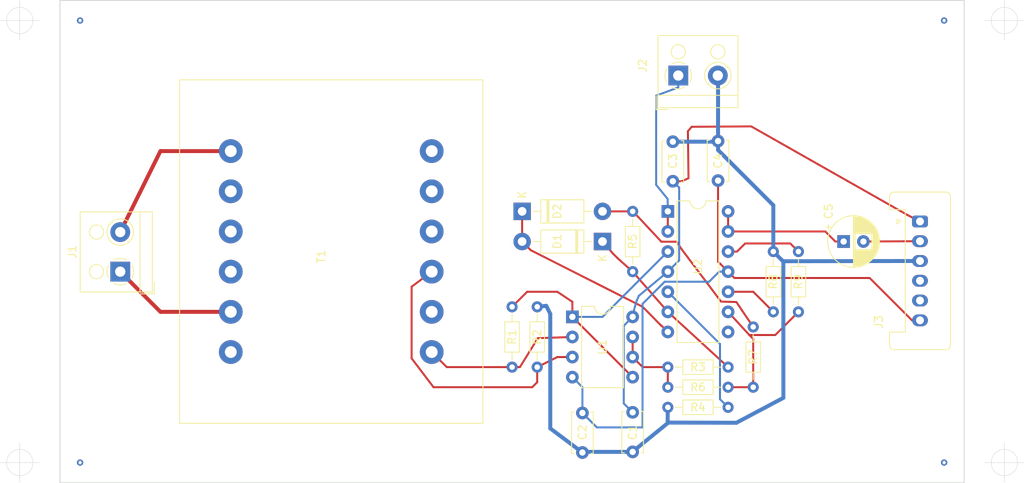
<source format=kicad_pcb>
(kicad_pcb (version 20171130) (host pcbnew "(5.1.4)-1")

  (general
    (thickness 1.6)
    (drawings 8)
    (tracks 141)
    (zones 0)
    (modules 22)
    (nets 22)
  )

  (page A4 portrait)
  (title_block
    (title "A2.1-КОЗ-01 - МКЛО-01")
    (date 2019-12-26)
    (company "VP Home Studio")
    (comment 1 "VPHS-2019-КОЗ-01-МКЛО-01 СБ")
    (comment 2 "Павлов В. Г.")
  )

  (layers
    (0 F.Cu signal)
    (31 B.Cu signal)
    (32 B.Adhes user hide)
    (33 F.Adhes user hide)
    (34 B.Paste user hide)
    (35 F.Paste user hide)
    (36 B.SilkS user)
    (37 F.SilkS user)
    (38 B.Mask user hide)
    (39 F.Mask user hide)
    (40 Dwgs.User user)
    (41 Cmts.User user hide)
    (42 Eco1.User user hide)
    (43 Eco2.User user hide)
    (44 Edge.Cuts user)
    (45 Margin user hide)
    (46 B.CrtYd user)
    (47 F.CrtYd user)
    (48 B.Fab user hide)
    (49 F.Fab user hide)
  )

  (setup
    (last_trace_width 0.25)
    (trace_clearance 0.2)
    (zone_clearance 0.508)
    (zone_45_only no)
    (trace_min 0.2)
    (via_size 0.8)
    (via_drill 0.4)
    (via_min_size 0.4)
    (via_min_drill 0.3)
    (uvia_size 0.3)
    (uvia_drill 0.1)
    (uvias_allowed no)
    (uvia_min_size 0.2)
    (uvia_min_drill 0.1)
    (edge_width 0.05)
    (segment_width 0.2)
    (pcb_text_width 0.3)
    (pcb_text_size 1.5 1.5)
    (mod_edge_width 0.12)
    (mod_text_size 1 1)
    (mod_text_width 0.15)
    (pad_size 1.524 1.524)
    (pad_drill 0.762)
    (pad_to_mask_clearance 0.051)
    (solder_mask_min_width 0.25)
    (aux_axis_origin 0 0)
    (visible_elements 7FFFFFFF)
    (pcbplotparams
      (layerselection 0x00000_7fffffff)
      (usegerberextensions false)
      (usegerberattributes false)
      (usegerberadvancedattributes false)
      (creategerberjobfile false)
      (excludeedgelayer false)
      (linewidth 0.100000)
      (plotframeref false)
      (viasonmask false)
      (mode 1)
      (useauxorigin false)
      (hpglpennumber 1)
      (hpglpenspeed 20)
      (hpglpendiameter 15.000000)
      (psnegative true)
      (psa4output false)
      (plotreference true)
      (plotvalue true)
      (plotinvisibletext true)
      (padsonsilk false)
      (subtractmaskfromsilk false)
      (outputformat 4)
      (mirror false)
      (drillshape 2)
      (scaleselection 1)
      (outputdirectory ""))
  )

  (net 0 "")
  (net 1 GNDA)
  (net 2 +5V)
  (net 3 -5V)
  (net 4 "Net-(C5-Pad1)")
  (net 5 "Net-(C5-Pad2)")
  (net 6 "Net-(D1-Pad1)")
  (net 7 "Net-(D1-Pad2)")
  (net 8 "Net-(D2-Pad2)")
  (net 9 "Net-(J1-Pad2)")
  (net 10 "Net-(J1-Pad1)")
  (net 11 "Net-(J2-Pad1)")
  (net 12 "Net-(J3-Pad4)")
  (net 13 "Net-(J3-Pad5)")
  (net 14 "Net-(R1-Pad1)")
  (net 15 "Net-(R2-Pad2)")
  (net 16 "Net-(R2-Pad1)")
  (net 17 "Net-(R3-Pad2)")
  (net 18 "Net-(R4-Pad1)")
  (net 19 "Net-(R6-Pad1)")
  (net 20 "Net-(R8-Pad1)")
  (net 21 "Net-(R9-Pad1)")

  (net_class Default "Это класс цепей по умолчанию."
    (clearance 0.2)
    (trace_width 0.25)
    (via_dia 0.8)
    (via_drill 0.4)
    (uvia_dia 0.3)
    (uvia_drill 0.1)
    (add_net +5V)
    (add_net -5V)
    (add_net GNDA)
    (add_net "Net-(C5-Pad1)")
    (add_net "Net-(C5-Pad2)")
    (add_net "Net-(D1-Pad1)")
    (add_net "Net-(D1-Pad2)")
    (add_net "Net-(D2-Pad2)")
    (add_net "Net-(J1-Pad1)")
    (add_net "Net-(J1-Pad2)")
    (add_net "Net-(J2-Pad1)")
    (add_net "Net-(J3-Pad4)")
    (add_net "Net-(J3-Pad5)")
    (add_net "Net-(R1-Pad1)")
    (add_net "Net-(R2-Pad1)")
    (add_net "Net-(R2-Pad2)")
    (add_net "Net-(R3-Pad2)")
    (add_net "Net-(R4-Pad1)")
    (add_net "Net-(R6-Pad1)")
    (add_net "Net-(R8-Pad1)")
    (add_net "Net-(R9-Pad1)")
  )

  (module Connector_Stocko:Stocko_MKS_1656-6-0-606_1x6_P2.50mm_Vertical (layer F.Cu) (tedit 5C7139E8) (tstamp 5E1497B3)
    (at 154.432 156.21 270)
    (descr "Stocko MKS 16xx series connector, (https://www.stocko-contact.com/downloads/steckverbindersystem-raster-2,5-mm.pdf#page=15), generated with kicad-footprint-generator")
    (tags "Stocko RFK MKS 16xx")
    (path /5E077D04)
    (fp_text reference J3 (at 12.7 5.207 90) (layer F.SilkS)
      (effects (font (size 1 1) (thickness 0.15)))
    )
    (fp_text value Conn_01x06_Male (at 6.25 5.86 90) (layer F.Fab)
      (effects (font (size 1 1) (thickness 0.15)))
    )
    (fp_arc (start -3.1 -3.25) (end -3.71 -3.25) (angle 90) (layer F.SilkS) (width 0.12))
    (fp_arc (start 15.6 -3.25) (end 15.6 -3.86) (angle 90) (layer F.SilkS) (width 0.12))
    (fp_arc (start -3.1 3.25) (end -3.1 3.86) (angle 90) (layer F.SilkS) (width 0.12))
    (fp_arc (start 15.6 3.25) (end 16.21 3.25) (angle 90) (layer F.SilkS) (width 0.12))
    (fp_arc (start -3.1 -3.25) (end -3.6 -3.25) (angle 90) (layer F.Fab) (width 0.1))
    (fp_arc (start 15.6 -3.25) (end 15.6 -3.75) (angle 90) (layer F.Fab) (width 0.1))
    (fp_arc (start -3.1 3.25) (end -3.1 3.75) (angle 90) (layer F.Fab) (width 0.1))
    (fp_arc (start 15.6 3.25) (end 16.1 3.25) (angle 90) (layer F.Fab) (width 0.1))
    (fp_line (start -3.1 -3.86) (end 15.6 -3.86) (layer F.SilkS) (width 0.12))
    (fp_line (start -3.71 -3.25) (end -3.71 3.25) (layer F.SilkS) (width 0.12))
    (fp_line (start 16.21 -3.25) (end 16.21 3.25) (layer F.SilkS) (width 0.12))
    (fp_line (start -3.1 3.86) (end -1.49 3.86) (layer F.SilkS) (width 0.12))
    (fp_line (start -1.49 3.86) (end -1.49 1.86) (layer F.SilkS) (width 0.12))
    (fp_line (start 15.6 3.86) (end 13.99 3.86) (layer F.SilkS) (width 0.12))
    (fp_line (start 13.99 3.86) (end 13.99 1.86) (layer F.SilkS) (width 0.12))
    (fp_line (start -1.49 1.86) (end 13.99 1.86) (layer F.SilkS) (width 0.12))
    (fp_line (start 0.3 2.9) (end 0 2.4) (layer F.SilkS) (width 0.12))
    (fp_line (start 0 2.4) (end -0.3 2.9) (layer F.SilkS) (width 0.12))
    (fp_line (start -0.3 2.9) (end 0.3 2.9) (layer F.SilkS) (width 0.12))
    (fp_line (start -3.1 -3.75) (end 15.6 -3.75) (layer F.Fab) (width 0.1))
    (fp_line (start -3.6 -3.25) (end -3.6 3.25) (layer F.Fab) (width 0.1))
    (fp_line (start 16.1 -3.25) (end 16.1 3.25) (layer F.Fab) (width 0.1))
    (fp_line (start -3.1 3.75) (end -1.6 3.75) (layer F.Fab) (width 0.1))
    (fp_line (start -1.6 3.75) (end -1.6 1.75) (layer F.Fab) (width 0.1))
    (fp_line (start 15.6 3.75) (end 14.1 3.75) (layer F.Fab) (width 0.1))
    (fp_line (start 14.1 3.75) (end 14.1 1.75) (layer F.Fab) (width 0.1))
    (fp_line (start -1.6 1.75) (end -0.5 1.75) (layer F.Fab) (width 0.1))
    (fp_line (start 0.5 1.75) (end 14.1 1.75) (layer F.Fab) (width 0.1))
    (fp_line (start -0.5 1.75) (end 0 1.25) (layer F.Fab) (width 0.1))
    (fp_line (start 0 1.25) (end 0.5 1.75) (layer F.Fab) (width 0.1))
    (fp_line (start -4.1 -4.25) (end -4.1 4.25) (layer F.CrtYd) (width 0.05))
    (fp_line (start -4.1 4.25) (end 16.6 4.25) (layer F.CrtYd) (width 0.05))
    (fp_line (start 16.6 4.25) (end 16.6 -4.25) (layer F.CrtYd) (width 0.05))
    (fp_line (start 16.6 -4.25) (end -4.1 -4.25) (layer F.CrtYd) (width 0.05))
    (fp_text user %R (at 6.25 -2 90) (layer F.Fab)
      (effects (font (size 1 1) (thickness 0.15)))
    )
    (pad 1 thru_hole roundrect (at 0 0 270) (size 1.5 2) (drill 1) (layers *.Cu *.Mask) (roundrect_rratio 0.25)
      (net 2 +5V))
    (pad 2 thru_hole oval (at 2.5 0 270) (size 1.5 2) (drill 1) (layers *.Cu *.Mask)
      (net 5 "Net-(C5-Pad2)"))
    (pad 3 thru_hole oval (at 5 0 270) (size 1.5 2) (drill 1) (layers *.Cu *.Mask)
      (net 1 GNDA))
    (pad 4 thru_hole oval (at 7.5 0 270) (size 1.5 2) (drill 1) (layers *.Cu *.Mask)
      (net 12 "Net-(J3-Pad4)"))
    (pad 5 thru_hole oval (at 10 0 270) (size 1.5 2) (drill 1) (layers *.Cu *.Mask)
      (net 13 "Net-(J3-Pad5)"))
    (pad 6 thru_hole oval (at 12.5 0 270) (size 1.5 2) (drill 1) (layers *.Cu *.Mask)
      (net 3 -5V))
    (model ${KISYS3DMOD}/Connector_Stocko.3dshapes/Stocko_MKS_1656-6-0-606_1x6_P2.50mm_Vertical.wrl
      (at (xyz 0 0 0))
      (scale (xyz 1 1 1))
      (rotate (xyz 0 0 0))
    )
  )

  (module Capacitor_THT:C_Disc_D5.0mm_W2.5mm_P5.00mm placed (layer F.Cu) (tedit 5AE50EF0) (tstamp 5E14975F)
    (at 118.11 180.34 270)
    (descr "C, Disc series, Radial, pin pitch=5.00mm, , diameter*width=5*2.5mm^2, Capacitor, http://cdn-reichelt.de/documents/datenblatt/B300/DS_KERKO_TC.pdf")
    (tags "C Disc series Radial pin pitch 5.00mm  diameter 5mm width 2.5mm Capacitor")
    (path /5E0D0A45)
    (fp_text reference C1 (at 2.54 0 90) (layer F.SilkS)
      (effects (font (size 1 1) (thickness 0.15)))
    )
    (fp_text value 0.47 (at 2.5 2.5 90) (layer F.Fab)
      (effects (font (size 1 1) (thickness 0.15)))
    )
    (fp_text user %R (at 2.5 0 90) (layer F.Fab)
      (effects (font (size 1 1) (thickness 0.15)))
    )
    (fp_line (start 6.05 -1.5) (end -1.05 -1.5) (layer F.CrtYd) (width 0.05))
    (fp_line (start 6.05 1.5) (end 6.05 -1.5) (layer F.CrtYd) (width 0.05))
    (fp_line (start -1.05 1.5) (end 6.05 1.5) (layer F.CrtYd) (width 0.05))
    (fp_line (start -1.05 -1.5) (end -1.05 1.5) (layer F.CrtYd) (width 0.05))
    (fp_line (start 5.12 1.055) (end 5.12 1.37) (layer F.SilkS) (width 0.12))
    (fp_line (start 5.12 -1.37) (end 5.12 -1.055) (layer F.SilkS) (width 0.12))
    (fp_line (start -0.12 1.055) (end -0.12 1.37) (layer F.SilkS) (width 0.12))
    (fp_line (start -0.12 -1.37) (end -0.12 -1.055) (layer F.SilkS) (width 0.12))
    (fp_line (start -0.12 1.37) (end 5.12 1.37) (layer F.SilkS) (width 0.12))
    (fp_line (start -0.12 -1.37) (end 5.12 -1.37) (layer F.SilkS) (width 0.12))
    (fp_line (start 5 -1.25) (end 0 -1.25) (layer F.Fab) (width 0.1))
    (fp_line (start 5 1.25) (end 5 -1.25) (layer F.Fab) (width 0.1))
    (fp_line (start 0 1.25) (end 5 1.25) (layer F.Fab) (width 0.1))
    (fp_line (start 0 -1.25) (end 0 1.25) (layer F.Fab) (width 0.1))
    (pad 2 thru_hole circle (at 5 0 270) (size 1.6 1.6) (drill 0.8) (layers *.Cu *.Mask)
      (net 1 GNDA))
    (pad 1 thru_hole circle (at 0 0 270) (size 1.6 1.6) (drill 0.8) (layers *.Cu *.Mask)
      (net 2 +5V))
    (model ${KISYS3DMOD}/Capacitor_THT.3dshapes/C_Disc_D5.0mm_W2.5mm_P5.00mm.wrl
      (at (xyz 0 0 0))
      (scale (xyz 1 1 1))
      (rotate (xyz 0 0 0))
    )
  )

  (module Capacitor_THT:C_Disc_D5.0mm_W2.5mm_P5.00mm placed (layer F.Cu) (tedit 5AE50EF0) (tstamp 5E149723)
    (at 111.76 185.42 90)
    (descr "C, Disc series, Radial, pin pitch=5.00mm, , diameter*width=5*2.5mm^2, Capacitor, http://cdn-reichelt.de/documents/datenblatt/B300/DS_KERKO_TC.pdf")
    (tags "C Disc series Radial pin pitch 5.00mm  diameter 5mm width 2.5mm Capacitor")
    (path /5E0D1898)
    (fp_text reference C2 (at 2.54 0 90) (layer F.SilkS)
      (effects (font (size 1 1) (thickness 0.15)))
    )
    (fp_text value 0.47 (at 2.5 2.5 90) (layer F.Fab)
      (effects (font (size 1 1) (thickness 0.15)))
    )
    (fp_text user %R (at 2.5 0 90) (layer F.Fab)
      (effects (font (size 1 1) (thickness 0.15)))
    )
    (fp_line (start 6.05 -1.5) (end -1.05 -1.5) (layer F.CrtYd) (width 0.05))
    (fp_line (start 6.05 1.5) (end 6.05 -1.5) (layer F.CrtYd) (width 0.05))
    (fp_line (start -1.05 1.5) (end 6.05 1.5) (layer F.CrtYd) (width 0.05))
    (fp_line (start -1.05 -1.5) (end -1.05 1.5) (layer F.CrtYd) (width 0.05))
    (fp_line (start 5.12 1.055) (end 5.12 1.37) (layer F.SilkS) (width 0.12))
    (fp_line (start 5.12 -1.37) (end 5.12 -1.055) (layer F.SilkS) (width 0.12))
    (fp_line (start -0.12 1.055) (end -0.12 1.37) (layer F.SilkS) (width 0.12))
    (fp_line (start -0.12 -1.37) (end -0.12 -1.055) (layer F.SilkS) (width 0.12))
    (fp_line (start -0.12 1.37) (end 5.12 1.37) (layer F.SilkS) (width 0.12))
    (fp_line (start -0.12 -1.37) (end 5.12 -1.37) (layer F.SilkS) (width 0.12))
    (fp_line (start 5 -1.25) (end 0 -1.25) (layer F.Fab) (width 0.1))
    (fp_line (start 5 1.25) (end 5 -1.25) (layer F.Fab) (width 0.1))
    (fp_line (start 0 1.25) (end 5 1.25) (layer F.Fab) (width 0.1))
    (fp_line (start 0 -1.25) (end 0 1.25) (layer F.Fab) (width 0.1))
    (pad 2 thru_hole circle (at 5 0 90) (size 1.6 1.6) (drill 0.8) (layers *.Cu *.Mask)
      (net 3 -5V))
    (pad 1 thru_hole circle (at 0 0 90) (size 1.6 1.6) (drill 0.8) (layers *.Cu *.Mask)
      (net 1 GNDA))
    (model ${KISYS3DMOD}/Capacitor_THT.3dshapes/C_Disc_D5.0mm_W2.5mm_P5.00mm.wrl
      (at (xyz 0 0 0))
      (scale (xyz 1 1 1))
      (rotate (xyz 0 0 0))
    )
  )

  (module Capacitor_THT:C_Disc_D5.0mm_W2.5mm_P5.00mm placed (layer F.Cu) (tedit 5AE50EF0) (tstamp 5E149498)
    (at 123.19 151.13 90)
    (descr "C, Disc series, Radial, pin pitch=5.00mm, , diameter*width=5*2.5mm^2, Capacitor, http://cdn-reichelt.de/documents/datenblatt/B300/DS_KERKO_TC.pdf")
    (tags "C Disc series Radial pin pitch 5.00mm  diameter 5mm width 2.5mm Capacitor")
    (path /5E0CFA83)
    (fp_text reference C3 (at 2.54 0 90) (layer F.SilkS)
      (effects (font (size 1 1) (thickness 0.15)))
    )
    (fp_text value 0.47 (at 2.5 2.5 90) (layer F.Fab)
      (effects (font (size 1 1) (thickness 0.15)))
    )
    (fp_line (start 0 -1.25) (end 0 1.25) (layer F.Fab) (width 0.1))
    (fp_line (start 0 1.25) (end 5 1.25) (layer F.Fab) (width 0.1))
    (fp_line (start 5 1.25) (end 5 -1.25) (layer F.Fab) (width 0.1))
    (fp_line (start 5 -1.25) (end 0 -1.25) (layer F.Fab) (width 0.1))
    (fp_line (start -0.12 -1.37) (end 5.12 -1.37) (layer F.SilkS) (width 0.12))
    (fp_line (start -0.12 1.37) (end 5.12 1.37) (layer F.SilkS) (width 0.12))
    (fp_line (start -0.12 -1.37) (end -0.12 -1.055) (layer F.SilkS) (width 0.12))
    (fp_line (start -0.12 1.055) (end -0.12 1.37) (layer F.SilkS) (width 0.12))
    (fp_line (start 5.12 -1.37) (end 5.12 -1.055) (layer F.SilkS) (width 0.12))
    (fp_line (start 5.12 1.055) (end 5.12 1.37) (layer F.SilkS) (width 0.12))
    (fp_line (start -1.05 -1.5) (end -1.05 1.5) (layer F.CrtYd) (width 0.05))
    (fp_line (start -1.05 1.5) (end 6.05 1.5) (layer F.CrtYd) (width 0.05))
    (fp_line (start 6.05 1.5) (end 6.05 -1.5) (layer F.CrtYd) (width 0.05))
    (fp_line (start 6.05 -1.5) (end -1.05 -1.5) (layer F.CrtYd) (width 0.05))
    (fp_text user %R (at 2.5 0 90) (layer F.Fab)
      (effects (font (size 1 1) (thickness 0.15)))
    )
    (pad 1 thru_hole circle (at 0 0 90) (size 1.6 1.6) (drill 0.8) (layers *.Cu *.Mask)
      (net 2 +5V))
    (pad 2 thru_hole circle (at 5 0 90) (size 1.6 1.6) (drill 0.8) (layers *.Cu *.Mask)
      (net 1 GNDA))
    (model ${KISYS3DMOD}/Capacitor_THT.3dshapes/C_Disc_D5.0mm_W2.5mm_P5.00mm.wrl
      (at (xyz 0 0 0))
      (scale (xyz 1 1 1))
      (rotate (xyz 0 0 0))
    )
  )

  (module Capacitor_THT:C_Disc_D5.0mm_W2.5mm_P5.00mm placed (layer F.Cu) (tedit 5AE50EF0) (tstamp 5E1496E7)
    (at 128.905 146.05 270)
    (descr "C, Disc series, Radial, pin pitch=5.00mm, , diameter*width=5*2.5mm^2, Capacitor, http://cdn-reichelt.de/documents/datenblatt/B300/DS_KERKO_TC.pdf")
    (tags "C Disc series Radial pin pitch 5.00mm  diameter 5mm width 2.5mm Capacitor")
    (path /5E0D1892)
    (fp_text reference C4 (at 2.5 0 90) (layer F.SilkS)
      (effects (font (size 1 1) (thickness 0.15)))
    )
    (fp_text value 0.47 (at 2.5 2.5 90) (layer F.Fab)
      (effects (font (size 1 1) (thickness 0.15)))
    )
    (fp_line (start 0 -1.25) (end 0 1.25) (layer F.Fab) (width 0.1))
    (fp_line (start 0 1.25) (end 5 1.25) (layer F.Fab) (width 0.1))
    (fp_line (start 5 1.25) (end 5 -1.25) (layer F.Fab) (width 0.1))
    (fp_line (start 5 -1.25) (end 0 -1.25) (layer F.Fab) (width 0.1))
    (fp_line (start -0.12 -1.37) (end 5.12 -1.37) (layer F.SilkS) (width 0.12))
    (fp_line (start -0.12 1.37) (end 5.12 1.37) (layer F.SilkS) (width 0.12))
    (fp_line (start -0.12 -1.37) (end -0.12 -1.055) (layer F.SilkS) (width 0.12))
    (fp_line (start -0.12 1.055) (end -0.12 1.37) (layer F.SilkS) (width 0.12))
    (fp_line (start 5.12 -1.37) (end 5.12 -1.055) (layer F.SilkS) (width 0.12))
    (fp_line (start 5.12 1.055) (end 5.12 1.37) (layer F.SilkS) (width 0.12))
    (fp_line (start -1.05 -1.5) (end -1.05 1.5) (layer F.CrtYd) (width 0.05))
    (fp_line (start -1.05 1.5) (end 6.05 1.5) (layer F.CrtYd) (width 0.05))
    (fp_line (start 6.05 1.5) (end 6.05 -1.5) (layer F.CrtYd) (width 0.05))
    (fp_line (start 6.05 -1.5) (end -1.05 -1.5) (layer F.CrtYd) (width 0.05))
    (fp_text user %R (at 2.54 0 90) (layer F.Fab)
      (effects (font (size 1 1) (thickness 0.15)))
    )
    (pad 1 thru_hole circle (at 0 0 270) (size 1.6 1.6) (drill 0.8) (layers *.Cu *.Mask)
      (net 1 GNDA))
    (pad 2 thru_hole circle (at 5 0 270) (size 1.6 1.6) (drill 0.8) (layers *.Cu *.Mask)
      (net 3 -5V))
    (model ${KISYS3DMOD}/Capacitor_THT.3dshapes/C_Disc_D5.0mm_W2.5mm_P5.00mm.wrl
      (at (xyz 0 0 0))
      (scale (xyz 1 1 1))
      (rotate (xyz 0 0 0))
    )
  )

  (module Capacitor_THT:CP_Radial_D6.3mm_P2.50mm placed (layer F.Cu) (tedit 5AE50EF0) (tstamp 5E1495AD)
    (at 144.78 158.75)
    (descr "CP, Radial series, Radial, pin pitch=2.50mm, , diameter=6.3mm, Electrolytic Capacitor")
    (tags "CP Radial series Radial pin pitch 2.50mm  diameter 6.3mm Electrolytic Capacitor")
    (path /5E0CCD34)
    (fp_text reference C5 (at -1.905 -3.81 -90) (layer F.SilkS)
      (effects (font (size 1 1) (thickness 0.15)))
    )
    (fp_text value 10.0 (at 1.25 4.4) (layer F.Fab)
      (effects (font (size 1 1) (thickness 0.15)))
    )
    (fp_circle (center 1.25 0) (end 4.4 0) (layer F.Fab) (width 0.1))
    (fp_circle (center 1.25 0) (end 4.52 0) (layer F.SilkS) (width 0.12))
    (fp_circle (center 1.25 0) (end 4.65 0) (layer F.CrtYd) (width 0.05))
    (fp_line (start -1.443972 -1.3735) (end -0.813972 -1.3735) (layer F.Fab) (width 0.1))
    (fp_line (start -1.128972 -1.6885) (end -1.128972 -1.0585) (layer F.Fab) (width 0.1))
    (fp_line (start 1.25 -3.23) (end 1.25 3.23) (layer F.SilkS) (width 0.12))
    (fp_line (start 1.29 -3.23) (end 1.29 3.23) (layer F.SilkS) (width 0.12))
    (fp_line (start 1.33 -3.23) (end 1.33 3.23) (layer F.SilkS) (width 0.12))
    (fp_line (start 1.37 -3.228) (end 1.37 3.228) (layer F.SilkS) (width 0.12))
    (fp_line (start 1.41 -3.227) (end 1.41 3.227) (layer F.SilkS) (width 0.12))
    (fp_line (start 1.45 -3.224) (end 1.45 3.224) (layer F.SilkS) (width 0.12))
    (fp_line (start 1.49 -3.222) (end 1.49 -1.04) (layer F.SilkS) (width 0.12))
    (fp_line (start 1.49 1.04) (end 1.49 3.222) (layer F.SilkS) (width 0.12))
    (fp_line (start 1.53 -3.218) (end 1.53 -1.04) (layer F.SilkS) (width 0.12))
    (fp_line (start 1.53 1.04) (end 1.53 3.218) (layer F.SilkS) (width 0.12))
    (fp_line (start 1.57 -3.215) (end 1.57 -1.04) (layer F.SilkS) (width 0.12))
    (fp_line (start 1.57 1.04) (end 1.57 3.215) (layer F.SilkS) (width 0.12))
    (fp_line (start 1.61 -3.211) (end 1.61 -1.04) (layer F.SilkS) (width 0.12))
    (fp_line (start 1.61 1.04) (end 1.61 3.211) (layer F.SilkS) (width 0.12))
    (fp_line (start 1.65 -3.206) (end 1.65 -1.04) (layer F.SilkS) (width 0.12))
    (fp_line (start 1.65 1.04) (end 1.65 3.206) (layer F.SilkS) (width 0.12))
    (fp_line (start 1.69 -3.201) (end 1.69 -1.04) (layer F.SilkS) (width 0.12))
    (fp_line (start 1.69 1.04) (end 1.69 3.201) (layer F.SilkS) (width 0.12))
    (fp_line (start 1.73 -3.195) (end 1.73 -1.04) (layer F.SilkS) (width 0.12))
    (fp_line (start 1.73 1.04) (end 1.73 3.195) (layer F.SilkS) (width 0.12))
    (fp_line (start 1.77 -3.189) (end 1.77 -1.04) (layer F.SilkS) (width 0.12))
    (fp_line (start 1.77 1.04) (end 1.77 3.189) (layer F.SilkS) (width 0.12))
    (fp_line (start 1.81 -3.182) (end 1.81 -1.04) (layer F.SilkS) (width 0.12))
    (fp_line (start 1.81 1.04) (end 1.81 3.182) (layer F.SilkS) (width 0.12))
    (fp_line (start 1.85 -3.175) (end 1.85 -1.04) (layer F.SilkS) (width 0.12))
    (fp_line (start 1.85 1.04) (end 1.85 3.175) (layer F.SilkS) (width 0.12))
    (fp_line (start 1.89 -3.167) (end 1.89 -1.04) (layer F.SilkS) (width 0.12))
    (fp_line (start 1.89 1.04) (end 1.89 3.167) (layer F.SilkS) (width 0.12))
    (fp_line (start 1.93 -3.159) (end 1.93 -1.04) (layer F.SilkS) (width 0.12))
    (fp_line (start 1.93 1.04) (end 1.93 3.159) (layer F.SilkS) (width 0.12))
    (fp_line (start 1.971 -3.15) (end 1.971 -1.04) (layer F.SilkS) (width 0.12))
    (fp_line (start 1.971 1.04) (end 1.971 3.15) (layer F.SilkS) (width 0.12))
    (fp_line (start 2.011 -3.141) (end 2.011 -1.04) (layer F.SilkS) (width 0.12))
    (fp_line (start 2.011 1.04) (end 2.011 3.141) (layer F.SilkS) (width 0.12))
    (fp_line (start 2.051 -3.131) (end 2.051 -1.04) (layer F.SilkS) (width 0.12))
    (fp_line (start 2.051 1.04) (end 2.051 3.131) (layer F.SilkS) (width 0.12))
    (fp_line (start 2.091 -3.121) (end 2.091 -1.04) (layer F.SilkS) (width 0.12))
    (fp_line (start 2.091 1.04) (end 2.091 3.121) (layer F.SilkS) (width 0.12))
    (fp_line (start 2.131 -3.11) (end 2.131 -1.04) (layer F.SilkS) (width 0.12))
    (fp_line (start 2.131 1.04) (end 2.131 3.11) (layer F.SilkS) (width 0.12))
    (fp_line (start 2.171 -3.098) (end 2.171 -1.04) (layer F.SilkS) (width 0.12))
    (fp_line (start 2.171 1.04) (end 2.171 3.098) (layer F.SilkS) (width 0.12))
    (fp_line (start 2.211 -3.086) (end 2.211 -1.04) (layer F.SilkS) (width 0.12))
    (fp_line (start 2.211 1.04) (end 2.211 3.086) (layer F.SilkS) (width 0.12))
    (fp_line (start 2.251 -3.074) (end 2.251 -1.04) (layer F.SilkS) (width 0.12))
    (fp_line (start 2.251 1.04) (end 2.251 3.074) (layer F.SilkS) (width 0.12))
    (fp_line (start 2.291 -3.061) (end 2.291 -1.04) (layer F.SilkS) (width 0.12))
    (fp_line (start 2.291 1.04) (end 2.291 3.061) (layer F.SilkS) (width 0.12))
    (fp_line (start 2.331 -3.047) (end 2.331 -1.04) (layer F.SilkS) (width 0.12))
    (fp_line (start 2.331 1.04) (end 2.331 3.047) (layer F.SilkS) (width 0.12))
    (fp_line (start 2.371 -3.033) (end 2.371 -1.04) (layer F.SilkS) (width 0.12))
    (fp_line (start 2.371 1.04) (end 2.371 3.033) (layer F.SilkS) (width 0.12))
    (fp_line (start 2.411 -3.018) (end 2.411 -1.04) (layer F.SilkS) (width 0.12))
    (fp_line (start 2.411 1.04) (end 2.411 3.018) (layer F.SilkS) (width 0.12))
    (fp_line (start 2.451 -3.002) (end 2.451 -1.04) (layer F.SilkS) (width 0.12))
    (fp_line (start 2.451 1.04) (end 2.451 3.002) (layer F.SilkS) (width 0.12))
    (fp_line (start 2.491 -2.986) (end 2.491 -1.04) (layer F.SilkS) (width 0.12))
    (fp_line (start 2.491 1.04) (end 2.491 2.986) (layer F.SilkS) (width 0.12))
    (fp_line (start 2.531 -2.97) (end 2.531 -1.04) (layer F.SilkS) (width 0.12))
    (fp_line (start 2.531 1.04) (end 2.531 2.97) (layer F.SilkS) (width 0.12))
    (fp_line (start 2.571 -2.952) (end 2.571 -1.04) (layer F.SilkS) (width 0.12))
    (fp_line (start 2.571 1.04) (end 2.571 2.952) (layer F.SilkS) (width 0.12))
    (fp_line (start 2.611 -2.934) (end 2.611 -1.04) (layer F.SilkS) (width 0.12))
    (fp_line (start 2.611 1.04) (end 2.611 2.934) (layer F.SilkS) (width 0.12))
    (fp_line (start 2.651 -2.916) (end 2.651 -1.04) (layer F.SilkS) (width 0.12))
    (fp_line (start 2.651 1.04) (end 2.651 2.916) (layer F.SilkS) (width 0.12))
    (fp_line (start 2.691 -2.896) (end 2.691 -1.04) (layer F.SilkS) (width 0.12))
    (fp_line (start 2.691 1.04) (end 2.691 2.896) (layer F.SilkS) (width 0.12))
    (fp_line (start 2.731 -2.876) (end 2.731 -1.04) (layer F.SilkS) (width 0.12))
    (fp_line (start 2.731 1.04) (end 2.731 2.876) (layer F.SilkS) (width 0.12))
    (fp_line (start 2.771 -2.856) (end 2.771 -1.04) (layer F.SilkS) (width 0.12))
    (fp_line (start 2.771 1.04) (end 2.771 2.856) (layer F.SilkS) (width 0.12))
    (fp_line (start 2.811 -2.834) (end 2.811 -1.04) (layer F.SilkS) (width 0.12))
    (fp_line (start 2.811 1.04) (end 2.811 2.834) (layer F.SilkS) (width 0.12))
    (fp_line (start 2.851 -2.812) (end 2.851 -1.04) (layer F.SilkS) (width 0.12))
    (fp_line (start 2.851 1.04) (end 2.851 2.812) (layer F.SilkS) (width 0.12))
    (fp_line (start 2.891 -2.79) (end 2.891 -1.04) (layer F.SilkS) (width 0.12))
    (fp_line (start 2.891 1.04) (end 2.891 2.79) (layer F.SilkS) (width 0.12))
    (fp_line (start 2.931 -2.766) (end 2.931 -1.04) (layer F.SilkS) (width 0.12))
    (fp_line (start 2.931 1.04) (end 2.931 2.766) (layer F.SilkS) (width 0.12))
    (fp_line (start 2.971 -2.742) (end 2.971 -1.04) (layer F.SilkS) (width 0.12))
    (fp_line (start 2.971 1.04) (end 2.971 2.742) (layer F.SilkS) (width 0.12))
    (fp_line (start 3.011 -2.716) (end 3.011 -1.04) (layer F.SilkS) (width 0.12))
    (fp_line (start 3.011 1.04) (end 3.011 2.716) (layer F.SilkS) (width 0.12))
    (fp_line (start 3.051 -2.69) (end 3.051 -1.04) (layer F.SilkS) (width 0.12))
    (fp_line (start 3.051 1.04) (end 3.051 2.69) (layer F.SilkS) (width 0.12))
    (fp_line (start 3.091 -2.664) (end 3.091 -1.04) (layer F.SilkS) (width 0.12))
    (fp_line (start 3.091 1.04) (end 3.091 2.664) (layer F.SilkS) (width 0.12))
    (fp_line (start 3.131 -2.636) (end 3.131 -1.04) (layer F.SilkS) (width 0.12))
    (fp_line (start 3.131 1.04) (end 3.131 2.636) (layer F.SilkS) (width 0.12))
    (fp_line (start 3.171 -2.607) (end 3.171 -1.04) (layer F.SilkS) (width 0.12))
    (fp_line (start 3.171 1.04) (end 3.171 2.607) (layer F.SilkS) (width 0.12))
    (fp_line (start 3.211 -2.578) (end 3.211 -1.04) (layer F.SilkS) (width 0.12))
    (fp_line (start 3.211 1.04) (end 3.211 2.578) (layer F.SilkS) (width 0.12))
    (fp_line (start 3.251 -2.548) (end 3.251 -1.04) (layer F.SilkS) (width 0.12))
    (fp_line (start 3.251 1.04) (end 3.251 2.548) (layer F.SilkS) (width 0.12))
    (fp_line (start 3.291 -2.516) (end 3.291 -1.04) (layer F.SilkS) (width 0.12))
    (fp_line (start 3.291 1.04) (end 3.291 2.516) (layer F.SilkS) (width 0.12))
    (fp_line (start 3.331 -2.484) (end 3.331 -1.04) (layer F.SilkS) (width 0.12))
    (fp_line (start 3.331 1.04) (end 3.331 2.484) (layer F.SilkS) (width 0.12))
    (fp_line (start 3.371 -2.45) (end 3.371 -1.04) (layer F.SilkS) (width 0.12))
    (fp_line (start 3.371 1.04) (end 3.371 2.45) (layer F.SilkS) (width 0.12))
    (fp_line (start 3.411 -2.416) (end 3.411 -1.04) (layer F.SilkS) (width 0.12))
    (fp_line (start 3.411 1.04) (end 3.411 2.416) (layer F.SilkS) (width 0.12))
    (fp_line (start 3.451 -2.38) (end 3.451 -1.04) (layer F.SilkS) (width 0.12))
    (fp_line (start 3.451 1.04) (end 3.451 2.38) (layer F.SilkS) (width 0.12))
    (fp_line (start 3.491 -2.343) (end 3.491 -1.04) (layer F.SilkS) (width 0.12))
    (fp_line (start 3.491 1.04) (end 3.491 2.343) (layer F.SilkS) (width 0.12))
    (fp_line (start 3.531 -2.305) (end 3.531 -1.04) (layer F.SilkS) (width 0.12))
    (fp_line (start 3.531 1.04) (end 3.531 2.305) (layer F.SilkS) (width 0.12))
    (fp_line (start 3.571 -2.265) (end 3.571 2.265) (layer F.SilkS) (width 0.12))
    (fp_line (start 3.611 -2.224) (end 3.611 2.224) (layer F.SilkS) (width 0.12))
    (fp_line (start 3.651 -2.182) (end 3.651 2.182) (layer F.SilkS) (width 0.12))
    (fp_line (start 3.691 -2.137) (end 3.691 2.137) (layer F.SilkS) (width 0.12))
    (fp_line (start 3.731 -2.092) (end 3.731 2.092) (layer F.SilkS) (width 0.12))
    (fp_line (start 3.771 -2.044) (end 3.771 2.044) (layer F.SilkS) (width 0.12))
    (fp_line (start 3.811 -1.995) (end 3.811 1.995) (layer F.SilkS) (width 0.12))
    (fp_line (start 3.851 -1.944) (end 3.851 1.944) (layer F.SilkS) (width 0.12))
    (fp_line (start 3.891 -1.89) (end 3.891 1.89) (layer F.SilkS) (width 0.12))
    (fp_line (start 3.931 -1.834) (end 3.931 1.834) (layer F.SilkS) (width 0.12))
    (fp_line (start 3.971 -1.776) (end 3.971 1.776) (layer F.SilkS) (width 0.12))
    (fp_line (start 4.011 -1.714) (end 4.011 1.714) (layer F.SilkS) (width 0.12))
    (fp_line (start 4.051 -1.65) (end 4.051 1.65) (layer F.SilkS) (width 0.12))
    (fp_line (start 4.091 -1.581) (end 4.091 1.581) (layer F.SilkS) (width 0.12))
    (fp_line (start 4.131 -1.509) (end 4.131 1.509) (layer F.SilkS) (width 0.12))
    (fp_line (start 4.171 -1.432) (end 4.171 1.432) (layer F.SilkS) (width 0.12))
    (fp_line (start 4.211 -1.35) (end 4.211 1.35) (layer F.SilkS) (width 0.12))
    (fp_line (start 4.251 -1.262) (end 4.251 1.262) (layer F.SilkS) (width 0.12))
    (fp_line (start 4.291 -1.165) (end 4.291 1.165) (layer F.SilkS) (width 0.12))
    (fp_line (start 4.331 -1.059) (end 4.331 1.059) (layer F.SilkS) (width 0.12))
    (fp_line (start 4.371 -0.94) (end 4.371 0.94) (layer F.SilkS) (width 0.12))
    (fp_line (start 4.411 -0.802) (end 4.411 0.802) (layer F.SilkS) (width 0.12))
    (fp_line (start 4.451 -0.633) (end 4.451 0.633) (layer F.SilkS) (width 0.12))
    (fp_line (start 4.491 -0.402) (end 4.491 0.402) (layer F.SilkS) (width 0.12))
    (fp_line (start -2.250241 -1.839) (end -1.620241 -1.839) (layer F.SilkS) (width 0.12))
    (fp_line (start -1.935241 -2.154) (end -1.935241 -1.524) (layer F.SilkS) (width 0.12))
    (fp_text user %R (at 1.25 0) (layer F.Fab)
      (effects (font (size 1 1) (thickness 0.15)))
    )
    (pad 1 thru_hole rect (at 0 0) (size 1.6 1.6) (drill 0.8) (layers *.Cu *.Mask)
      (net 4 "Net-(C5-Pad1)"))
    (pad 2 thru_hole circle (at 2.5 0) (size 1.6 1.6) (drill 0.8) (layers *.Cu *.Mask)
      (net 5 "Net-(C5-Pad2)"))
    (model ${KISYS3DMOD}/Capacitor_THT.3dshapes/CP_Radial_D6.3mm_P2.50mm.wrl
      (at (xyz 0 0 0))
      (scale (xyz 1 1 1))
      (rotate (xyz 0 0 0))
    )
  )

  (module Diode_THT:D_DO-41_SOD81_P10.16mm_Horizontal placed (layer F.Cu) (tedit 5AE50CD5) (tstamp 5E1494DE)
    (at 114.3 158.75 180)
    (descr "Diode, DO-41_SOD81 series, Axial, Horizontal, pin pitch=10.16mm, , length*diameter=5.2*2.7mm^2, , http://www.diodes.com/_files/packages/DO-41%20(Plastic).pdf")
    (tags "Diode DO-41_SOD81 series Axial Horizontal pin pitch 10.16mm  length 5.2mm diameter 2.7mm")
    (path /5E0DC4B6)
    (fp_text reference D1 (at 5.715 0 90) (layer F.SilkS)
      (effects (font (size 1 1) (thickness 0.15)))
    )
    (fp_text value 1N4001 (at 5.08 2.47) (layer F.Fab)
      (effects (font (size 1 1) (thickness 0.15)))
    )
    (fp_line (start 2.48 -1.35) (end 2.48 1.35) (layer F.Fab) (width 0.1))
    (fp_line (start 2.48 1.35) (end 7.68 1.35) (layer F.Fab) (width 0.1))
    (fp_line (start 7.68 1.35) (end 7.68 -1.35) (layer F.Fab) (width 0.1))
    (fp_line (start 7.68 -1.35) (end 2.48 -1.35) (layer F.Fab) (width 0.1))
    (fp_line (start 0 0) (end 2.48 0) (layer F.Fab) (width 0.1))
    (fp_line (start 10.16 0) (end 7.68 0) (layer F.Fab) (width 0.1))
    (fp_line (start 3.26 -1.35) (end 3.26 1.35) (layer F.Fab) (width 0.1))
    (fp_line (start 3.36 -1.35) (end 3.36 1.35) (layer F.Fab) (width 0.1))
    (fp_line (start 3.16 -1.35) (end 3.16 1.35) (layer F.Fab) (width 0.1))
    (fp_line (start 2.36 -1.47) (end 2.36 1.47) (layer F.SilkS) (width 0.12))
    (fp_line (start 2.36 1.47) (end 7.8 1.47) (layer F.SilkS) (width 0.12))
    (fp_line (start 7.8 1.47) (end 7.8 -1.47) (layer F.SilkS) (width 0.12))
    (fp_line (start 7.8 -1.47) (end 2.36 -1.47) (layer F.SilkS) (width 0.12))
    (fp_line (start 1.34 0) (end 2.36 0) (layer F.SilkS) (width 0.12))
    (fp_line (start 8.82 0) (end 7.8 0) (layer F.SilkS) (width 0.12))
    (fp_line (start 3.26 -1.47) (end 3.26 1.47) (layer F.SilkS) (width 0.12))
    (fp_line (start 3.38 -1.47) (end 3.38 1.47) (layer F.SilkS) (width 0.12))
    (fp_line (start 3.14 -1.47) (end 3.14 1.47) (layer F.SilkS) (width 0.12))
    (fp_line (start -1.35 -1.6) (end -1.35 1.6) (layer F.CrtYd) (width 0.05))
    (fp_line (start -1.35 1.6) (end 11.51 1.6) (layer F.CrtYd) (width 0.05))
    (fp_line (start 11.51 1.6) (end 11.51 -1.6) (layer F.CrtYd) (width 0.05))
    (fp_line (start 11.51 -1.6) (end -1.35 -1.6) (layer F.CrtYd) (width 0.05))
    (fp_text user %R (at 5.47 0) (layer F.Fab)
      (effects (font (size 1 1) (thickness 0.15)))
    )
    (fp_text user K (at 0 -2.1) (layer F.Fab)
      (effects (font (size 1 1) (thickness 0.15)))
    )
    (fp_text user K (at 0 -2.1 270) (layer F.SilkS)
      (effects (font (size 1 1) (thickness 0.15)))
    )
    (pad 1 thru_hole rect (at 0 0 180) (size 2.2 2.2) (drill 1.1) (layers *.Cu *.Mask)
      (net 6 "Net-(D1-Pad1)"))
    (pad 2 thru_hole oval (at 10.16 0 180) (size 2.2 2.2) (drill 1.1) (layers *.Cu *.Mask)
      (net 7 "Net-(D1-Pad2)"))
    (model ${KISYS3DMOD}/Diode_THT.3dshapes/D_DO-41_SOD81_P10.16mm_Horizontal.wrl
      (at (xyz 0 0 0))
      (scale (xyz 1 1 1))
      (rotate (xyz 0 0 0))
    )
  )

  (module Diode_THT:D_DO-41_SOD81_P10.16mm_Horizontal placed (layer F.Cu) (tedit 5AE50CD5) (tstamp 5E149295)
    (at 104.14 154.94)
    (descr "Diode, DO-41_SOD81 series, Axial, Horizontal, pin pitch=10.16mm, , length*diameter=5.2*2.7mm^2, , http://www.diodes.com/_files/packages/DO-41%20(Plastic).pdf")
    (tags "Diode DO-41_SOD81 series Axial Horizontal pin pitch 10.16mm  length 5.2mm diameter 2.7mm")
    (path /5E0DE5DE)
    (fp_text reference D2 (at 4.445 0 -90) (layer F.SilkS)
      (effects (font (size 1 1) (thickness 0.15)))
    )
    (fp_text value 1N4001 (at 5.08 2.47) (layer F.Fab)
      (effects (font (size 1 1) (thickness 0.15)))
    )
    (fp_text user K (at 0 -2.1 -90) (layer F.SilkS)
      (effects (font (size 1 1) (thickness 0.15)))
    )
    (fp_text user K (at 0 -2.1) (layer F.Fab)
      (effects (font (size 1 1) (thickness 0.15)))
    )
    (fp_text user %R (at 5.47 0) (layer F.Fab)
      (effects (font (size 1 1) (thickness 0.15)))
    )
    (fp_line (start 11.51 -1.6) (end -1.35 -1.6) (layer F.CrtYd) (width 0.05))
    (fp_line (start 11.51 1.6) (end 11.51 -1.6) (layer F.CrtYd) (width 0.05))
    (fp_line (start -1.35 1.6) (end 11.51 1.6) (layer F.CrtYd) (width 0.05))
    (fp_line (start -1.35 -1.6) (end -1.35 1.6) (layer F.CrtYd) (width 0.05))
    (fp_line (start 3.14 -1.47) (end 3.14 1.47) (layer F.SilkS) (width 0.12))
    (fp_line (start 3.38 -1.47) (end 3.38 1.47) (layer F.SilkS) (width 0.12))
    (fp_line (start 3.26 -1.47) (end 3.26 1.47) (layer F.SilkS) (width 0.12))
    (fp_line (start 8.82 0) (end 7.8 0) (layer F.SilkS) (width 0.12))
    (fp_line (start 1.34 0) (end 2.36 0) (layer F.SilkS) (width 0.12))
    (fp_line (start 7.8 -1.47) (end 2.36 -1.47) (layer F.SilkS) (width 0.12))
    (fp_line (start 7.8 1.47) (end 7.8 -1.47) (layer F.SilkS) (width 0.12))
    (fp_line (start 2.36 1.47) (end 7.8 1.47) (layer F.SilkS) (width 0.12))
    (fp_line (start 2.36 -1.47) (end 2.36 1.47) (layer F.SilkS) (width 0.12))
    (fp_line (start 3.16 -1.35) (end 3.16 1.35) (layer F.Fab) (width 0.1))
    (fp_line (start 3.36 -1.35) (end 3.36 1.35) (layer F.Fab) (width 0.1))
    (fp_line (start 3.26 -1.35) (end 3.26 1.35) (layer F.Fab) (width 0.1))
    (fp_line (start 10.16 0) (end 7.68 0) (layer F.Fab) (width 0.1))
    (fp_line (start 0 0) (end 2.48 0) (layer F.Fab) (width 0.1))
    (fp_line (start 7.68 -1.35) (end 2.48 -1.35) (layer F.Fab) (width 0.1))
    (fp_line (start 7.68 1.35) (end 7.68 -1.35) (layer F.Fab) (width 0.1))
    (fp_line (start 2.48 1.35) (end 7.68 1.35) (layer F.Fab) (width 0.1))
    (fp_line (start 2.48 -1.35) (end 2.48 1.35) (layer F.Fab) (width 0.1))
    (pad 2 thru_hole oval (at 10.16 0) (size 2.2 2.2) (drill 1.1) (layers *.Cu *.Mask)
      (net 8 "Net-(D2-Pad2)"))
    (pad 1 thru_hole rect (at 0 0) (size 2.2 2.2) (drill 1.1) (layers *.Cu *.Mask)
      (net 7 "Net-(D1-Pad2)"))
    (model ${KISYS3DMOD}/Diode_THT.3dshapes/D_DO-41_SOD81_P10.16mm_Horizontal.wrl
      (at (xyz 0 0 0))
      (scale (xyz 1 1 1))
      (rotate (xyz 0 0 0))
    )
  )

  (module TerminalBlock_RND:TerminalBlock_RND_205-00001_1x02_P5.00mm_Horizontal locked (layer F.Cu) (tedit 5B294F8C) (tstamp 5E14993E)
    (at 53.34 162.56 90)
    (descr "terminal block RND 205-00001, 2 pins, pitch 5mm, size 10x9mm^2, drill diamater 1.3mm, pad diameter 2.5mm, see http://cdn-reichelt.de/documents/datenblatt/C151/RND_205-00001_DB_EN.pdf, script-generated using https://github.com/pointhi/kicad-footprint-generator/scripts/TerminalBlock_RND")
    (tags "THT terminal block RND 205-00001 pitch 5mm size 10x9mm^2 drill 1.3mm pad 2.5mm")
    (path /5E079569)
    (fp_text reference J1 (at 2.5 -6.06 90) (layer F.SilkS)
      (effects (font (size 1 1) (thickness 0.15)))
    )
    (fp_text value Screw_Terminal_01x02 (at 5.08 5.08 90) (layer F.Fab)
      (effects (font (size 1 1) (thickness 0.15)))
    )
    (fp_text user %R (at 2.5 -6.06 90) (layer F.Fab)
      (effects (font (size 1 1) (thickness 0.15)))
    )
    (fp_line (start 8 -5.5) (end -3 -5.5) (layer F.CrtYd) (width 0.05))
    (fp_line (start 8 4.5) (end 8 -5.5) (layer F.CrtYd) (width 0.05))
    (fp_line (start -3 4.5) (end 8 4.5) (layer F.CrtYd) (width 0.05))
    (fp_line (start -3 -5.5) (end -3 4.5) (layer F.CrtYd) (width 0.05))
    (fp_line (start -2.8 4.3) (end -1.3 4.3) (layer F.SilkS) (width 0.12))
    (fp_line (start -2.8 2.56) (end -2.8 4.3) (layer F.SilkS) (width 0.12))
    (fp_line (start 3.82 0.976) (end 3.726 1.069) (layer F.SilkS) (width 0.12))
    (fp_line (start 6.07 -1.275) (end 6.011 -1.216) (layer F.SilkS) (width 0.12))
    (fp_line (start 3.99 1.216) (end 3.931 1.274) (layer F.SilkS) (width 0.12))
    (fp_line (start 6.275 -1.069) (end 6.181 -0.976) (layer F.SilkS) (width 0.12))
    (fp_line (start 5.955 -1.138) (end 3.863 0.955) (layer F.Fab) (width 0.1))
    (fp_line (start 6.138 -0.955) (end 4.046 1.138) (layer F.Fab) (width 0.1))
    (fp_line (start 0.955 -1.138) (end -1.138 0.955) (layer F.Fab) (width 0.1))
    (fp_line (start 1.138 -0.955) (end -0.955 1.138) (layer F.Fab) (width 0.1))
    (fp_line (start 7.56 -5.06) (end 7.56 4.06) (layer F.SilkS) (width 0.12))
    (fp_line (start -2.56 -5.06) (end -2.56 4.06) (layer F.SilkS) (width 0.12))
    (fp_line (start -2.56 4.06) (end 7.56 4.06) (layer F.SilkS) (width 0.12))
    (fp_line (start -2.56 -5.06) (end 7.56 -5.06) (layer F.SilkS) (width 0.12))
    (fp_line (start -2.56 2.5) (end 7.56 2.5) (layer F.SilkS) (width 0.12))
    (fp_line (start -2.5 2.5) (end 7.5 2.5) (layer F.Fab) (width 0.1))
    (fp_line (start -2.5 2.5) (end -2.5 -5) (layer F.Fab) (width 0.1))
    (fp_line (start -1 4) (end -2.5 2.5) (layer F.Fab) (width 0.1))
    (fp_line (start 7.5 4) (end -1 4) (layer F.Fab) (width 0.1))
    (fp_line (start 7.5 -5) (end 7.5 4) (layer F.Fab) (width 0.1))
    (fp_line (start -2.5 -5) (end 7.5 -5) (layer F.Fab) (width 0.1))
    (fp_circle (center 5 -3) (end 5.9 -3) (layer F.SilkS) (width 0.12))
    (fp_circle (center 5 -3) (end 5.9 -3) (layer F.Fab) (width 0.1))
    (fp_circle (center 5 0) (end 6.68 0) (layer F.SilkS) (width 0.12))
    (fp_circle (center 5 0) (end 6.5 0) (layer F.Fab) (width 0.1))
    (fp_circle (center 0 -3) (end 0.9 -3) (layer F.SilkS) (width 0.12))
    (fp_circle (center 0 -3) (end 0.9 -3) (layer F.Fab) (width 0.1))
    (fp_circle (center 0 0) (end 1.5 0) (layer F.Fab) (width 0.1))
    (fp_arc (start 0 0) (end -0.789 1.484) (angle -29) (layer F.SilkS) (width 0.12))
    (fp_arc (start 0 0) (end -1.484 -0.789) (angle -56) (layer F.SilkS) (width 0.12))
    (fp_arc (start 0 0) (end 0.789 -1.484) (angle -56) (layer F.SilkS) (width 0.12))
    (fp_arc (start 0 0) (end 1.484 0.789) (angle -56) (layer F.SilkS) (width 0.12))
    (fp_arc (start 0 0) (end 0 1.68) (angle -28) (layer F.SilkS) (width 0.12))
    (pad 2 thru_hole circle (at 5 0 90) (size 2.5 2.5) (drill 1.3) (layers *.Cu *.Mask)
      (net 9 "Net-(J1-Pad2)"))
    (pad 1 thru_hole rect (at 0 0 90) (size 2.5 2.5) (drill 1.3) (layers *.Cu *.Mask)
      (net 10 "Net-(J1-Pad1)"))
    (model ${KISYS3DMOD}/TerminalBlock_RND.3dshapes/TerminalBlock_RND_205-00001_1x02_P5.00mm_Horizontal.wrl
      (at (xyz 0 0 0))
      (scale (xyz 1 1 1))
      (rotate (xyz 0 0 0))
    )
  )

  (module TerminalBlock_RND:TerminalBlock_RND_205-00001_1x02_P5.00mm_Horizontal placed (layer F.Cu) (tedit 5B294F8C) (tstamp 5E149A01)
    (at 123.8758 137.7696)
    (descr "terminal block RND 205-00001, 2 pins, pitch 5mm, size 10x9mm^2, drill diamater 1.3mm, pad diameter 2.5mm, see http://cdn-reichelt.de/documents/datenblatt/C151/RND_205-00001_DB_EN.pdf, script-generated using https://github.com/pointhi/kicad-footprint-generator/scripts/TerminalBlock_RND")
    (tags "THT terminal block RND 205-00001 pitch 5mm size 10x9mm^2 drill 1.3mm pad 2.5mm")
    (path /5E0DF51D)
    (fp_text reference J2 (at -4.4958 -1.2446 -90) (layer F.SilkS)
      (effects (font (size 1 1) (thickness 0.15)))
    )
    (fp_text value Screw_Terminal_01x02 (at 2.5 5.06) (layer F.Fab)
      (effects (font (size 1 1) (thickness 0.15)))
    )
    (fp_arc (start 0 0) (end 0 1.68) (angle -28) (layer F.SilkS) (width 0.12))
    (fp_arc (start 0 0) (end 1.484 0.789) (angle -56) (layer F.SilkS) (width 0.12))
    (fp_arc (start 0 0) (end 0.789 -1.484) (angle -56) (layer F.SilkS) (width 0.12))
    (fp_arc (start 0 0) (end -1.484 -0.789) (angle -56) (layer F.SilkS) (width 0.12))
    (fp_arc (start 0 0) (end -0.789 1.484) (angle -29) (layer F.SilkS) (width 0.12))
    (fp_circle (center 0 0) (end 1.5 0) (layer F.Fab) (width 0.1))
    (fp_circle (center 0 -3) (end 0.9 -3) (layer F.Fab) (width 0.1))
    (fp_circle (center 0 -3) (end 0.9 -3) (layer F.SilkS) (width 0.12))
    (fp_circle (center 5 0) (end 6.5 0) (layer F.Fab) (width 0.1))
    (fp_circle (center 5 0) (end 6.68 0) (layer F.SilkS) (width 0.12))
    (fp_circle (center 5 -3) (end 5.9 -3) (layer F.Fab) (width 0.1))
    (fp_circle (center 5 -3) (end 5.9 -3) (layer F.SilkS) (width 0.12))
    (fp_line (start -2.5 -5) (end 7.5 -5) (layer F.Fab) (width 0.1))
    (fp_line (start 7.5 -5) (end 7.5 4) (layer F.Fab) (width 0.1))
    (fp_line (start 7.5 4) (end -1 4) (layer F.Fab) (width 0.1))
    (fp_line (start -1 4) (end -2.5 2.5) (layer F.Fab) (width 0.1))
    (fp_line (start -2.5 2.5) (end -2.5 -5) (layer F.Fab) (width 0.1))
    (fp_line (start -2.5 2.5) (end 7.5 2.5) (layer F.Fab) (width 0.1))
    (fp_line (start -2.56 2.5) (end 7.56 2.5) (layer F.SilkS) (width 0.12))
    (fp_line (start -2.56 -5.06) (end 7.56 -5.06) (layer F.SilkS) (width 0.12))
    (fp_line (start -2.56 4.06) (end 7.56 4.06) (layer F.SilkS) (width 0.12))
    (fp_line (start -2.56 -5.06) (end -2.56 4.06) (layer F.SilkS) (width 0.12))
    (fp_line (start 7.56 -5.06) (end 7.56 4.06) (layer F.SilkS) (width 0.12))
    (fp_line (start 1.138 -0.955) (end -0.955 1.138) (layer F.Fab) (width 0.1))
    (fp_line (start 0.955 -1.138) (end -1.138 0.955) (layer F.Fab) (width 0.1))
    (fp_line (start 6.138 -0.955) (end 4.046 1.138) (layer F.Fab) (width 0.1))
    (fp_line (start 5.955 -1.138) (end 3.863 0.955) (layer F.Fab) (width 0.1))
    (fp_line (start 6.275 -1.069) (end 6.181 -0.976) (layer F.SilkS) (width 0.12))
    (fp_line (start 3.99 1.216) (end 3.931 1.274) (layer F.SilkS) (width 0.12))
    (fp_line (start 6.07 -1.275) (end 6.011 -1.216) (layer F.SilkS) (width 0.12))
    (fp_line (start 3.82 0.976) (end 3.726 1.069) (layer F.SilkS) (width 0.12))
    (fp_line (start -2.8 2.56) (end -2.8 4.3) (layer F.SilkS) (width 0.12))
    (fp_line (start -2.8 4.3) (end -1.3 4.3) (layer F.SilkS) (width 0.12))
    (fp_line (start -3 -5.5) (end -3 4.5) (layer F.CrtYd) (width 0.05))
    (fp_line (start -3 4.5) (end 8 4.5) (layer F.CrtYd) (width 0.05))
    (fp_line (start 8 4.5) (end 8 -5.5) (layer F.CrtYd) (width 0.05))
    (fp_line (start 8 -5.5) (end -3 -5.5) (layer F.CrtYd) (width 0.05))
    (fp_text user %R (at 2.5 -6.06) (layer F.Fab)
      (effects (font (size 1 1) (thickness 0.15)))
    )
    (pad 1 thru_hole rect (at 0 0) (size 2.5 2.5) (drill 1.3) (layers *.Cu *.Mask)
      (net 11 "Net-(J2-Pad1)"))
    (pad 2 thru_hole circle (at 5 0) (size 2.5 2.5) (drill 1.3) (layers *.Cu *.Mask)
      (net 1 GNDA))
    (model ${KISYS3DMOD}/TerminalBlock_RND.3dshapes/TerminalBlock_RND_205-00001_1x02_P5.00mm_Horizontal.wrl
      (at (xyz 0 0 0))
      (scale (xyz 1 1 1))
      (rotate (xyz 0 0 0))
    )
  )

  (module Resistor_THT:R_Axial_DIN0204_L3.6mm_D1.6mm_P7.62mm_Horizontal placed (layer F.Cu) (tedit 5AE5139B) (tstamp 5E149B51)
    (at 106.045 174.625 90)
    (descr "Resistor, Axial_DIN0204 series, Axial, Horizontal, pin pitch=7.62mm, 0.167W, length*diameter=3.6*1.6mm^2, http://cdn-reichelt.de/documents/datenblatt/B400/1_4W%23YAG.pdf")
    (tags "Resistor Axial_DIN0204 series Axial Horizontal pin pitch 7.62mm 0.167W length 3.6mm diameter 1.6mm")
    (path /5E0556BF)
    (fp_text reference R1 (at 3.81 -3.175 90) (layer F.SilkS)
      (effects (font (size 1 1) (thickness 0.15)))
    )
    (fp_text value 47 (at 3.81 1.92 90) (layer F.Fab)
      (effects (font (size 1 1) (thickness 0.15)))
    )
    (fp_line (start 2.01 -0.8) (end 2.01 0.8) (layer F.Fab) (width 0.1))
    (fp_line (start 2.01 0.8) (end 5.61 0.8) (layer F.Fab) (width 0.1))
    (fp_line (start 5.61 0.8) (end 5.61 -0.8) (layer F.Fab) (width 0.1))
    (fp_line (start 5.61 -0.8) (end 2.01 -0.8) (layer F.Fab) (width 0.1))
    (fp_line (start 0 0) (end 2.01 0) (layer F.Fab) (width 0.1))
    (fp_line (start 7.62 0) (end 5.61 0) (layer F.Fab) (width 0.1))
    (fp_line (start 1.89 -0.92) (end 1.89 0.92) (layer F.SilkS) (width 0.12))
    (fp_line (start 1.89 0.92) (end 5.73 0.92) (layer F.SilkS) (width 0.12))
    (fp_line (start 5.73 0.92) (end 5.73 -0.92) (layer F.SilkS) (width 0.12))
    (fp_line (start 5.73 -0.92) (end 1.89 -0.92) (layer F.SilkS) (width 0.12))
    (fp_line (start 0.94 0) (end 1.89 0) (layer F.SilkS) (width 0.12))
    (fp_line (start 6.68 0) (end 5.73 0) (layer F.SilkS) (width 0.12))
    (fp_line (start -0.95 -1.05) (end -0.95 1.05) (layer F.CrtYd) (width 0.05))
    (fp_line (start -0.95 1.05) (end 8.57 1.05) (layer F.CrtYd) (width 0.05))
    (fp_line (start 8.57 1.05) (end 8.57 -1.05) (layer F.CrtYd) (width 0.05))
    (fp_line (start 8.57 -1.05) (end -0.95 -1.05) (layer F.CrtYd) (width 0.05))
    (fp_text user %R (at 3.81 0 90) (layer F.Fab)
      (effects (font (size 0.72 0.72) (thickness 0.108)))
    )
    (pad 1 thru_hole circle (at 0 0 90) (size 1.4 1.4) (drill 0.7) (layers *.Cu *.Mask)
      (net 14 "Net-(R1-Pad1)"))
    (pad 2 thru_hole oval (at 7.62 0 90) (size 1.4 1.4) (drill 0.7) (layers *.Cu *.Mask)
      (net 1 GNDA))
    (model ${KISYS3DMOD}/Resistor_THT.3dshapes/R_Axial_DIN0204_L3.6mm_D1.6mm_P7.62mm_Horizontal.wrl
      (at (xyz 0 0 0))
      (scale (xyz 1 1 1))
      (rotate (xyz 0 0 0))
    )
  )

  (module Resistor_THT:R_Axial_DIN0204_L3.6mm_D1.6mm_P7.62mm_Horizontal placed (layer F.Cu) (tedit 5AE5139B) (tstamp 5E149863)
    (at 102.87 167.005 270)
    (descr "Resistor, Axial_DIN0204 series, Axial, Horizontal, pin pitch=7.62mm, 0.167W, length*diameter=3.6*1.6mm^2, http://cdn-reichelt.de/documents/datenblatt/B400/1_4W%23YAG.pdf")
    (tags "Resistor Axial_DIN0204 series Axial Horizontal pin pitch 7.62mm 0.167W length 3.6mm diameter 1.6mm")
    (path /5E04FA2A)
    (fp_text reference R2 (at 3.81 -3.175 90) (layer F.SilkS)
      (effects (font (size 1 1) (thickness 0.15)))
    )
    (fp_text value 47 (at 3.81 1.92 90) (layer F.Fab)
      (effects (font (size 1 1) (thickness 0.15)))
    )
    (fp_text user %R (at 3.81 0 90) (layer F.Fab)
      (effects (font (size 0.72 0.72) (thickness 0.108)))
    )
    (fp_line (start 8.57 -1.05) (end -0.95 -1.05) (layer F.CrtYd) (width 0.05))
    (fp_line (start 8.57 1.05) (end 8.57 -1.05) (layer F.CrtYd) (width 0.05))
    (fp_line (start -0.95 1.05) (end 8.57 1.05) (layer F.CrtYd) (width 0.05))
    (fp_line (start -0.95 -1.05) (end -0.95 1.05) (layer F.CrtYd) (width 0.05))
    (fp_line (start 6.68 0) (end 5.73 0) (layer F.SilkS) (width 0.12))
    (fp_line (start 0.94 0) (end 1.89 0) (layer F.SilkS) (width 0.12))
    (fp_line (start 5.73 -0.92) (end 1.89 -0.92) (layer F.SilkS) (width 0.12))
    (fp_line (start 5.73 0.92) (end 5.73 -0.92) (layer F.SilkS) (width 0.12))
    (fp_line (start 1.89 0.92) (end 5.73 0.92) (layer F.SilkS) (width 0.12))
    (fp_line (start 1.89 -0.92) (end 1.89 0.92) (layer F.SilkS) (width 0.12))
    (fp_line (start 7.62 0) (end 5.61 0) (layer F.Fab) (width 0.1))
    (fp_line (start 0 0) (end 2.01 0) (layer F.Fab) (width 0.1))
    (fp_line (start 5.61 -0.8) (end 2.01 -0.8) (layer F.Fab) (width 0.1))
    (fp_line (start 5.61 0.8) (end 5.61 -0.8) (layer F.Fab) (width 0.1))
    (fp_line (start 2.01 0.8) (end 5.61 0.8) (layer F.Fab) (width 0.1))
    (fp_line (start 2.01 -0.8) (end 2.01 0.8) (layer F.Fab) (width 0.1))
    (pad 2 thru_hole oval (at 7.62 0 270) (size 1.4 1.4) (drill 0.7) (layers *.Cu *.Mask)
      (net 15 "Net-(R2-Pad2)"))
    (pad 1 thru_hole circle (at 0 0 270) (size 1.4 1.4) (drill 0.7) (layers *.Cu *.Mask)
      (net 16 "Net-(R2-Pad1)"))
    (model ${KISYS3DMOD}/Resistor_THT.3dshapes/R_Axial_DIN0204_L3.6mm_D1.6mm_P7.62mm_Horizontal.wrl
      (at (xyz 0 0 0))
      (scale (xyz 1 1 1))
      (rotate (xyz 0 0 0))
    )
  )

  (module Resistor_THT:R_Axial_DIN0204_L3.6mm_D1.6mm_P7.62mm_Horizontal placed (layer F.Cu) (tedit 5AE5139B) (tstamp 5E149B0F)
    (at 130.175 174.625 180)
    (descr "Resistor, Axial_DIN0204 series, Axial, Horizontal, pin pitch=7.62mm, 0.167W, length*diameter=3.6*1.6mm^2, http://cdn-reichelt.de/documents/datenblatt/B400/1_4W%23YAG.pdf")
    (tags "Resistor Axial_DIN0204 series Axial Horizontal pin pitch 7.62mm 0.167W length 3.6mm diameter 1.6mm")
    (path /5E04E8EC)
    (fp_text reference R3 (at 3.81 0) (layer F.SilkS)
      (effects (font (size 1 1) (thickness 0.15)))
    )
    (fp_text value 20k (at 3.81 1.92) (layer F.Fab)
      (effects (font (size 1 1) (thickness 0.15)))
    )
    (fp_line (start 2.01 -0.8) (end 2.01 0.8) (layer F.Fab) (width 0.1))
    (fp_line (start 2.01 0.8) (end 5.61 0.8) (layer F.Fab) (width 0.1))
    (fp_line (start 5.61 0.8) (end 5.61 -0.8) (layer F.Fab) (width 0.1))
    (fp_line (start 5.61 -0.8) (end 2.01 -0.8) (layer F.Fab) (width 0.1))
    (fp_line (start 0 0) (end 2.01 0) (layer F.Fab) (width 0.1))
    (fp_line (start 7.62 0) (end 5.61 0) (layer F.Fab) (width 0.1))
    (fp_line (start 1.89 -0.92) (end 1.89 0.92) (layer F.SilkS) (width 0.12))
    (fp_line (start 1.89 0.92) (end 5.73 0.92) (layer F.SilkS) (width 0.12))
    (fp_line (start 5.73 0.92) (end 5.73 -0.92) (layer F.SilkS) (width 0.12))
    (fp_line (start 5.73 -0.92) (end 1.89 -0.92) (layer F.SilkS) (width 0.12))
    (fp_line (start 0.94 0) (end 1.89 0) (layer F.SilkS) (width 0.12))
    (fp_line (start 6.68 0) (end 5.73 0) (layer F.SilkS) (width 0.12))
    (fp_line (start -0.95 -1.05) (end -0.95 1.05) (layer F.CrtYd) (width 0.05))
    (fp_line (start -0.95 1.05) (end 8.57 1.05) (layer F.CrtYd) (width 0.05))
    (fp_line (start 8.57 1.05) (end 8.57 -1.05) (layer F.CrtYd) (width 0.05))
    (fp_line (start 8.57 -1.05) (end -0.95 -1.05) (layer F.CrtYd) (width 0.05))
    (fp_text user %R (at 3.81 0) (layer F.Fab)
      (effects (font (size 0.72 0.72) (thickness 0.108)))
    )
    (pad 1 thru_hole circle (at 0 0 180) (size 1.4 1.4) (drill 0.7) (layers *.Cu *.Mask)
      (net 6 "Net-(D1-Pad1)"))
    (pad 2 thru_hole oval (at 7.62 0 180) (size 1.4 1.4) (drill 0.7) (layers *.Cu *.Mask)
      (net 17 "Net-(R3-Pad2)"))
    (model ${KISYS3DMOD}/Resistor_THT.3dshapes/R_Axial_DIN0204_L3.6mm_D1.6mm_P7.62mm_Horizontal.wrl
      (at (xyz 0 0 0))
      (scale (xyz 1 1 1))
      (rotate (xyz 0 0 0))
    )
  )

  (module Resistor_THT:R_Axial_DIN0204_L3.6mm_D1.6mm_P7.62mm_Horizontal placed (layer F.Cu) (tedit 5AE5139B) (tstamp 5E149821)
    (at 130.175 179.705 180)
    (descr "Resistor, Axial_DIN0204 series, Axial, Horizontal, pin pitch=7.62mm, 0.167W, length*diameter=3.6*1.6mm^2, http://cdn-reichelt.de/documents/datenblatt/B400/1_4W%23YAG.pdf")
    (tags "Resistor Axial_DIN0204 series Axial Horizontal pin pitch 7.62mm 0.167W length 3.6mm diameter 1.6mm")
    (path /5E056F7A)
    (fp_text reference R4 (at 3.81 0) (layer F.SilkS)
      (effects (font (size 1 1) (thickness 0.15)))
    )
    (fp_text value 10k (at 3.81 1.92) (layer F.Fab)
      (effects (font (size 1 1) (thickness 0.15)))
    )
    (fp_text user %R (at 3.81 0) (layer F.Fab)
      (effects (font (size 0.72 0.72) (thickness 0.108)))
    )
    (fp_line (start 8.57 -1.05) (end -0.95 -1.05) (layer F.CrtYd) (width 0.05))
    (fp_line (start 8.57 1.05) (end 8.57 -1.05) (layer F.CrtYd) (width 0.05))
    (fp_line (start -0.95 1.05) (end 8.57 1.05) (layer F.CrtYd) (width 0.05))
    (fp_line (start -0.95 -1.05) (end -0.95 1.05) (layer F.CrtYd) (width 0.05))
    (fp_line (start 6.68 0) (end 5.73 0) (layer F.SilkS) (width 0.12))
    (fp_line (start 0.94 0) (end 1.89 0) (layer F.SilkS) (width 0.12))
    (fp_line (start 5.73 -0.92) (end 1.89 -0.92) (layer F.SilkS) (width 0.12))
    (fp_line (start 5.73 0.92) (end 5.73 -0.92) (layer F.SilkS) (width 0.12))
    (fp_line (start 1.89 0.92) (end 5.73 0.92) (layer F.SilkS) (width 0.12))
    (fp_line (start 1.89 -0.92) (end 1.89 0.92) (layer F.SilkS) (width 0.12))
    (fp_line (start 7.62 0) (end 5.61 0) (layer F.Fab) (width 0.1))
    (fp_line (start 0 0) (end 2.01 0) (layer F.Fab) (width 0.1))
    (fp_line (start 5.61 -0.8) (end 2.01 -0.8) (layer F.Fab) (width 0.1))
    (fp_line (start 5.61 0.8) (end 5.61 -0.8) (layer F.Fab) (width 0.1))
    (fp_line (start 2.01 0.8) (end 5.61 0.8) (layer F.Fab) (width 0.1))
    (fp_line (start 2.01 -0.8) (end 2.01 0.8) (layer F.Fab) (width 0.1))
    (pad 2 thru_hole oval (at 7.62 0 180) (size 1.4 1.4) (drill 0.7) (layers *.Cu *.Mask)
      (net 1 GNDA))
    (pad 1 thru_hole circle (at 0 0 180) (size 1.4 1.4) (drill 0.7) (layers *.Cu *.Mask)
      (net 18 "Net-(R4-Pad1)"))
    (model ${KISYS3DMOD}/Resistor_THT.3dshapes/R_Axial_DIN0204_L3.6mm_D1.6mm_P7.62mm_Horizontal.wrl
      (at (xyz 0 0 0))
      (scale (xyz 1 1 1))
      (rotate (xyz 0 0 0))
    )
  )

  (module Resistor_THT:R_Axial_DIN0204_L3.6mm_D1.6mm_P7.62mm_Horizontal placed (layer F.Cu) (tedit 5AE5139B) (tstamp 5E149C47)
    (at 118.11 154.94 270)
    (descr "Resistor, Axial_DIN0204 series, Axial, Horizontal, pin pitch=7.62mm, 0.167W, length*diameter=3.6*1.6mm^2, http://cdn-reichelt.de/documents/datenblatt/B400/1_4W%23YAG.pdf")
    (tags "Resistor Axial_DIN0204 series Axial Horizontal pin pitch 7.62mm 0.167W length 3.6mm diameter 1.6mm")
    (path /5E05669C)
    (fp_text reference R5 (at 3.81 0 90) (layer F.SilkS)
      (effects (font (size 1 1) (thickness 0.15)))
    )
    (fp_text value 20k (at 3.81 1.92 90) (layer F.Fab)
      (effects (font (size 1 1) (thickness 0.15)))
    )
    (fp_text user %R (at 3.81 0 90) (layer F.Fab)
      (effects (font (size 0.72 0.72) (thickness 0.108)))
    )
    (fp_line (start 8.57 -1.05) (end -0.95 -1.05) (layer F.CrtYd) (width 0.05))
    (fp_line (start 8.57 1.05) (end 8.57 -1.05) (layer F.CrtYd) (width 0.05))
    (fp_line (start -0.95 1.05) (end 8.57 1.05) (layer F.CrtYd) (width 0.05))
    (fp_line (start -0.95 -1.05) (end -0.95 1.05) (layer F.CrtYd) (width 0.05))
    (fp_line (start 6.68 0) (end 5.73 0) (layer F.SilkS) (width 0.12))
    (fp_line (start 0.94 0) (end 1.89 0) (layer F.SilkS) (width 0.12))
    (fp_line (start 5.73 -0.92) (end 1.89 -0.92) (layer F.SilkS) (width 0.12))
    (fp_line (start 5.73 0.92) (end 5.73 -0.92) (layer F.SilkS) (width 0.12))
    (fp_line (start 1.89 0.92) (end 5.73 0.92) (layer F.SilkS) (width 0.12))
    (fp_line (start 1.89 -0.92) (end 1.89 0.92) (layer F.SilkS) (width 0.12))
    (fp_line (start 7.62 0) (end 5.61 0) (layer F.Fab) (width 0.1))
    (fp_line (start 0 0) (end 2.01 0) (layer F.Fab) (width 0.1))
    (fp_line (start 5.61 -0.8) (end 2.01 -0.8) (layer F.Fab) (width 0.1))
    (fp_line (start 5.61 0.8) (end 5.61 -0.8) (layer F.Fab) (width 0.1))
    (fp_line (start 2.01 0.8) (end 5.61 0.8) (layer F.Fab) (width 0.1))
    (fp_line (start 2.01 -0.8) (end 2.01 0.8) (layer F.Fab) (width 0.1))
    (pad 2 thru_hole oval (at 7.62 0 270) (size 1.4 1.4) (drill 0.7) (layers *.Cu *.Mask)
      (net 6 "Net-(D1-Pad1)"))
    (pad 1 thru_hole circle (at 0 0 270) (size 1.4 1.4) (drill 0.7) (layers *.Cu *.Mask)
      (net 8 "Net-(D2-Pad2)"))
    (model ${KISYS3DMOD}/Resistor_THT.3dshapes/R_Axial_DIN0204_L3.6mm_D1.6mm_P7.62mm_Horizontal.wrl
      (at (xyz 0 0 0))
      (scale (xyz 1 1 1))
      (rotate (xyz 0 0 0))
    )
  )

  (module Resistor_THT:R_Axial_DIN0204_L3.6mm_D1.6mm_P7.62mm_Horizontal placed (layer F.Cu) (tedit 5AE5139B) (tstamp 5E1498E7)
    (at 130.175 177.165 180)
    (descr "Resistor, Axial_DIN0204 series, Axial, Horizontal, pin pitch=7.62mm, 0.167W, length*diameter=3.6*1.6mm^2, http://cdn-reichelt.de/documents/datenblatt/B400/1_4W%23YAG.pdf")
    (tags "Resistor Axial_DIN0204 series Axial Horizontal pin pitch 7.62mm 0.167W length 3.6mm diameter 1.6mm")
    (path /5E056B02)
    (fp_text reference R6 (at 3.81 0) (layer F.SilkS)
      (effects (font (size 1 1) (thickness 0.15)))
    )
    (fp_text value 20k (at 3.81 1.92) (layer F.Fab)
      (effects (font (size 1 1) (thickness 0.15)))
    )
    (fp_line (start 2.01 -0.8) (end 2.01 0.8) (layer F.Fab) (width 0.1))
    (fp_line (start 2.01 0.8) (end 5.61 0.8) (layer F.Fab) (width 0.1))
    (fp_line (start 5.61 0.8) (end 5.61 -0.8) (layer F.Fab) (width 0.1))
    (fp_line (start 5.61 -0.8) (end 2.01 -0.8) (layer F.Fab) (width 0.1))
    (fp_line (start 0 0) (end 2.01 0) (layer F.Fab) (width 0.1))
    (fp_line (start 7.62 0) (end 5.61 0) (layer F.Fab) (width 0.1))
    (fp_line (start 1.89 -0.92) (end 1.89 0.92) (layer F.SilkS) (width 0.12))
    (fp_line (start 1.89 0.92) (end 5.73 0.92) (layer F.SilkS) (width 0.12))
    (fp_line (start 5.73 0.92) (end 5.73 -0.92) (layer F.SilkS) (width 0.12))
    (fp_line (start 5.73 -0.92) (end 1.89 -0.92) (layer F.SilkS) (width 0.12))
    (fp_line (start 0.94 0) (end 1.89 0) (layer F.SilkS) (width 0.12))
    (fp_line (start 6.68 0) (end 5.73 0) (layer F.SilkS) (width 0.12))
    (fp_line (start -0.95 -1.05) (end -0.95 1.05) (layer F.CrtYd) (width 0.05))
    (fp_line (start -0.95 1.05) (end 8.57 1.05) (layer F.CrtYd) (width 0.05))
    (fp_line (start 8.57 1.05) (end 8.57 -1.05) (layer F.CrtYd) (width 0.05))
    (fp_line (start 8.57 -1.05) (end -0.95 -1.05) (layer F.CrtYd) (width 0.05))
    (fp_text user %R (at 3.81 0) (layer F.Fab)
      (effects (font (size 0.72 0.72) (thickness 0.108)))
    )
    (pad 1 thru_hole circle (at 0 0 180) (size 1.4 1.4) (drill 0.7) (layers *.Cu *.Mask)
      (net 19 "Net-(R6-Pad1)"))
    (pad 2 thru_hole oval (at 7.62 0 180) (size 1.4 1.4) (drill 0.7) (layers *.Cu *.Mask)
      (net 17 "Net-(R3-Pad2)"))
    (model ${KISYS3DMOD}/Resistor_THT.3dshapes/R_Axial_DIN0204_L3.6mm_D1.6mm_P7.62mm_Horizontal.wrl
      (at (xyz 0 0 0))
      (scale (xyz 1 1 1))
      (rotate (xyz 0 0 0))
    )
  )

  (module Resistor_THT:R_Axial_DIN0204_L3.6mm_D1.6mm_P7.62mm_Horizontal placed (layer F.Cu) (tedit 5AE5139B) (tstamp 5E149ACD)
    (at 133.35 177.165 90)
    (descr "Resistor, Axial_DIN0204 series, Axial, Horizontal, pin pitch=7.62mm, 0.167W, length*diameter=3.6*1.6mm^2, http://cdn-reichelt.de/documents/datenblatt/B400/1_4W%23YAG.pdf")
    (tags "Resistor Axial_DIN0204 series Axial Horizontal pin pitch 7.62mm 0.167W length 3.6mm diameter 1.6mm")
    (path /5E057D63)
    (fp_text reference R7 (at 3.81 0 90) (layer F.SilkS)
      (effects (font (size 1 1) (thickness 0.15)))
    )
    (fp_text value 10k (at 3.81 1.92 90) (layer F.Fab)
      (effects (font (size 1 1) (thickness 0.15)))
    )
    (fp_line (start 2.01 -0.8) (end 2.01 0.8) (layer F.Fab) (width 0.1))
    (fp_line (start 2.01 0.8) (end 5.61 0.8) (layer F.Fab) (width 0.1))
    (fp_line (start 5.61 0.8) (end 5.61 -0.8) (layer F.Fab) (width 0.1))
    (fp_line (start 5.61 -0.8) (end 2.01 -0.8) (layer F.Fab) (width 0.1))
    (fp_line (start 0 0) (end 2.01 0) (layer F.Fab) (width 0.1))
    (fp_line (start 7.62 0) (end 5.61 0) (layer F.Fab) (width 0.1))
    (fp_line (start 1.89 -0.92) (end 1.89 0.92) (layer F.SilkS) (width 0.12))
    (fp_line (start 1.89 0.92) (end 5.73 0.92) (layer F.SilkS) (width 0.12))
    (fp_line (start 5.73 0.92) (end 5.73 -0.92) (layer F.SilkS) (width 0.12))
    (fp_line (start 5.73 -0.92) (end 1.89 -0.92) (layer F.SilkS) (width 0.12))
    (fp_line (start 0.94 0) (end 1.89 0) (layer F.SilkS) (width 0.12))
    (fp_line (start 6.68 0) (end 5.73 0) (layer F.SilkS) (width 0.12))
    (fp_line (start -0.95 -1.05) (end -0.95 1.05) (layer F.CrtYd) (width 0.05))
    (fp_line (start -0.95 1.05) (end 8.57 1.05) (layer F.CrtYd) (width 0.05))
    (fp_line (start 8.57 1.05) (end 8.57 -1.05) (layer F.CrtYd) (width 0.05))
    (fp_line (start 8.57 -1.05) (end -0.95 -1.05) (layer F.CrtYd) (width 0.05))
    (fp_text user %R (at 3.81 0 90) (layer F.Fab)
      (effects (font (size 0.72 0.72) (thickness 0.108)))
    )
    (pad 1 thru_hole circle (at 0 0 90) (size 1.4 1.4) (drill 0.7) (layers *.Cu *.Mask)
      (net 19 "Net-(R6-Pad1)"))
    (pad 2 thru_hole oval (at 7.62 0 90) (size 1.4 1.4) (drill 0.7) (layers *.Cu *.Mask)
      (net 8 "Net-(D2-Pad2)"))
    (model ${KISYS3DMOD}/Resistor_THT.3dshapes/R_Axial_DIN0204_L3.6mm_D1.6mm_P7.62mm_Horizontal.wrl
      (at (xyz 0 0 0))
      (scale (xyz 1 1 1))
      (rotate (xyz 0 0 0))
    )
  )

  (module Resistor_THT:R_Axial_DIN0204_L3.6mm_D1.6mm_P7.62mm_Horizontal placed (layer F.Cu) (tedit 5AE5139B) (tstamp 5E1499AA)
    (at 135.89 167.64 90)
    (descr "Resistor, Axial_DIN0204 series, Axial, Horizontal, pin pitch=7.62mm, 0.167W, length*diameter=3.6*1.6mm^2, http://cdn-reichelt.de/documents/datenblatt/B400/1_4W%23YAG.pdf")
    (tags "Resistor Axial_DIN0204 series Axial Horizontal pin pitch 7.62mm 0.167W length 3.6mm diameter 1.6mm")
    (path /5E057404)
    (fp_text reference R8 (at 3.81 0 90) (layer F.SilkS)
      (effects (font (size 1 1) (thickness 0.15)))
    )
    (fp_text value 6k8 (at 3.81 1.92 90) (layer F.Fab)
      (effects (font (size 1 1) (thickness 0.15)))
    )
    (fp_line (start 2.01 -0.8) (end 2.01 0.8) (layer F.Fab) (width 0.1))
    (fp_line (start 2.01 0.8) (end 5.61 0.8) (layer F.Fab) (width 0.1))
    (fp_line (start 5.61 0.8) (end 5.61 -0.8) (layer F.Fab) (width 0.1))
    (fp_line (start 5.61 -0.8) (end 2.01 -0.8) (layer F.Fab) (width 0.1))
    (fp_line (start 0 0) (end 2.01 0) (layer F.Fab) (width 0.1))
    (fp_line (start 7.62 0) (end 5.61 0) (layer F.Fab) (width 0.1))
    (fp_line (start 1.89 -0.92) (end 1.89 0.92) (layer F.SilkS) (width 0.12))
    (fp_line (start 1.89 0.92) (end 5.73 0.92) (layer F.SilkS) (width 0.12))
    (fp_line (start 5.73 0.92) (end 5.73 -0.92) (layer F.SilkS) (width 0.12))
    (fp_line (start 5.73 -0.92) (end 1.89 -0.92) (layer F.SilkS) (width 0.12))
    (fp_line (start 0.94 0) (end 1.89 0) (layer F.SilkS) (width 0.12))
    (fp_line (start 6.68 0) (end 5.73 0) (layer F.SilkS) (width 0.12))
    (fp_line (start -0.95 -1.05) (end -0.95 1.05) (layer F.CrtYd) (width 0.05))
    (fp_line (start -0.95 1.05) (end 8.57 1.05) (layer F.CrtYd) (width 0.05))
    (fp_line (start 8.57 1.05) (end 8.57 -1.05) (layer F.CrtYd) (width 0.05))
    (fp_line (start 8.57 -1.05) (end -0.95 -1.05) (layer F.CrtYd) (width 0.05))
    (fp_text user %R (at 3.81 0 90) (layer F.Fab)
      (effects (font (size 0.72 0.72) (thickness 0.108)))
    )
    (pad 1 thru_hole circle (at 0 0 90) (size 1.4 1.4) (drill 0.7) (layers *.Cu *.Mask)
      (net 20 "Net-(R8-Pad1)"))
    (pad 2 thru_hole oval (at 7.62 0 90) (size 1.4 1.4) (drill 0.7) (layers *.Cu *.Mask)
      (net 1 GNDA))
    (model ${KISYS3DMOD}/Resistor_THT.3dshapes/R_Axial_DIN0204_L3.6mm_D1.6mm_P7.62mm_Horizontal.wrl
      (at (xyz 0 0 0))
      (scale (xyz 1 1 1))
      (rotate (xyz 0 0 0))
    )
  )

  (module Resistor_THT:R_Axial_DIN0204_L3.6mm_D1.6mm_P7.62mm_Horizontal placed (layer F.Cu) (tedit 5AE5139B) (tstamp 5E1498A5)
    (at 139.065 160.02 270)
    (descr "Resistor, Axial_DIN0204 series, Axial, Horizontal, pin pitch=7.62mm, 0.167W, length*diameter=3.6*1.6mm^2, http://cdn-reichelt.de/documents/datenblatt/B400/1_4W%23YAG.pdf")
    (tags "Resistor Axial_DIN0204 series Axial Horizontal pin pitch 7.62mm 0.167W length 3.6mm diameter 1.6mm")
    (path /5E0578B5)
    (fp_text reference R9 (at 3.81 0 90) (layer F.SilkS)
      (effects (font (size 1 1) (thickness 0.15)))
    )
    (fp_text value 20k (at 3.81 1.92 90) (layer F.Fab)
      (effects (font (size 1 1) (thickness 0.15)))
    )
    (fp_text user %R (at 3.81 0 90) (layer F.Fab)
      (effects (font (size 0.72 0.72) (thickness 0.108)))
    )
    (fp_line (start 8.57 -1.05) (end -0.95 -1.05) (layer F.CrtYd) (width 0.05))
    (fp_line (start 8.57 1.05) (end 8.57 -1.05) (layer F.CrtYd) (width 0.05))
    (fp_line (start -0.95 1.05) (end 8.57 1.05) (layer F.CrtYd) (width 0.05))
    (fp_line (start -0.95 -1.05) (end -0.95 1.05) (layer F.CrtYd) (width 0.05))
    (fp_line (start 6.68 0) (end 5.73 0) (layer F.SilkS) (width 0.12))
    (fp_line (start 0.94 0) (end 1.89 0) (layer F.SilkS) (width 0.12))
    (fp_line (start 5.73 -0.92) (end 1.89 -0.92) (layer F.SilkS) (width 0.12))
    (fp_line (start 5.73 0.92) (end 5.73 -0.92) (layer F.SilkS) (width 0.12))
    (fp_line (start 1.89 0.92) (end 5.73 0.92) (layer F.SilkS) (width 0.12))
    (fp_line (start 1.89 -0.92) (end 1.89 0.92) (layer F.SilkS) (width 0.12))
    (fp_line (start 7.62 0) (end 5.61 0) (layer F.Fab) (width 0.1))
    (fp_line (start 0 0) (end 2.01 0) (layer F.Fab) (width 0.1))
    (fp_line (start 5.61 -0.8) (end 2.01 -0.8) (layer F.Fab) (width 0.1))
    (fp_line (start 5.61 0.8) (end 5.61 -0.8) (layer F.Fab) (width 0.1))
    (fp_line (start 2.01 0.8) (end 5.61 0.8) (layer F.Fab) (width 0.1))
    (fp_line (start 2.01 -0.8) (end 2.01 0.8) (layer F.Fab) (width 0.1))
    (pad 2 thru_hole oval (at 7.62 0 270) (size 1.4 1.4) (drill 0.7) (layers *.Cu *.Mask)
      (net 19 "Net-(R6-Pad1)"))
    (pad 1 thru_hole circle (at 0 0 270) (size 1.4 1.4) (drill 0.7) (layers *.Cu *.Mask)
      (net 21 "Net-(R9-Pad1)"))
    (model ${KISYS3DMOD}/Resistor_THT.3dshapes/R_Axial_DIN0204_L3.6mm_D1.6mm_P7.62mm_Horizontal.wrl
      (at (xyz 0 0 0))
      (scale (xyz 1 1 1))
      (rotate (xyz 0 0 0))
    )
  )

  (module Transformer_THT:Transformer_37x44 (layer F.Cu) (tedit 5A030845) (tstamp 5E149A77)
    (at 67.31 167.64 90)
    (descr "transformer 37x44mm²")
    (tags "transformer 37x44mm²")
    (path /5E04BC55)
    (fp_text reference T1 (at 6.985 11.43 90) (layer F.SilkS)
      (effects (font (size 1 1) (thickness 0.15)))
    )
    (fp_text value Transformer_1P_1S (at 7.25 14.5 90) (layer F.Fab)
      (effects (font (size 1 1) (thickness 0.15)))
    )
    (fp_text user %R (at 7.62 12.7 90) (layer F.Fab)
      (effects (font (size 1 1) (thickness 0.15)))
    )
    (fp_line (start -6.99 1.27) (end 22.23 1.27) (layer F.Fab) (width 0.1))
    (fp_line (start 22.23 1.27) (end 22.23 24.13) (layer F.Fab) (width 0.1))
    (fp_line (start 22.23 24.13) (end -6.99 24.13) (layer F.Fab) (width 0.1))
    (fp_line (start -6.99 24.13) (end -6.99 1.27) (layer F.Fab) (width 0.1))
    (fp_line (start -13.97 -6.35) (end 29.21 -6.35) (layer F.Fab) (width 0.1))
    (fp_line (start 29.21 -6.35) (end 29.21 31.75) (layer F.Fab) (width 0.1))
    (fp_line (start 29.21 31.75) (end -13.97 31.75) (layer F.Fab) (width 0.1))
    (fp_line (start -13.97 31.75) (end -13.97 -6.35) (layer F.Fab) (width 0.1))
    (fp_line (start -14.22 -6.6) (end 29.46 -6.6) (layer F.CrtYd) (width 0.05))
    (fp_line (start -14.22 -6.6) (end -14.22 32) (layer F.CrtYd) (width 0.05))
    (fp_line (start 29.46 32) (end 29.46 -6.6) (layer F.CrtYd) (width 0.05))
    (fp_line (start 29.46 32) (end -14.22 32) (layer F.CrtYd) (width 0.05))
    (fp_line (start -14.09 -6.47) (end 29.33 -6.47) (layer F.SilkS) (width 0.12))
    (fp_line (start -14.09 -6.47) (end -14.09 31.87) (layer F.SilkS) (width 0.12))
    (fp_line (start 29.33 31.87) (end 29.33 -6.47) (layer F.SilkS) (width 0.12))
    (fp_line (start 29.33 31.87) (end -14.09 31.87) (layer F.SilkS) (width 0.12))
    (pad 2 thru_hole circle (at 20.32 0 90) (size 3 3) (drill 1.5) (layers *.Cu *.Mask)
      (net 9 "Net-(J1-Pad2)"))
    (pad 4 thru_hole circle (at -5.08 25.4 90) (size 3 3) (drill 1.5) (layers *.Cu *.Mask)
      (net 15 "Net-(R2-Pad2)"))
    (pad 3 thru_hole circle (at 5.08 25.4 90) (size 3 3) (drill 1.5) (layers *.Cu *.Mask)
      (net 14 "Net-(R1-Pad1)"))
    (pad 1 thru_hole circle (at 0 0 90) (size 3 3) (drill 1.5) (layers *.Cu *.Mask)
      (net 10 "Net-(J1-Pad1)"))
    (pad "" thru_hole circle (at -5.08 0 90) (size 3 3) (drill 1.5) (layers *.Cu *.Mask))
    (pad "" thru_hole circle (at 5.08 0 90) (size 3 3) (drill 1.5) (layers *.Cu *.Mask))
    (pad "" thru_hole circle (at 10.16 0 90) (size 3 3) (drill 1.5) (layers *.Cu *.Mask))
    (pad "" thru_hole circle (at 15.24 0 90) (size 3 3) (drill 1.5) (layers *.Cu *.Mask))
    (pad "" thru_hole circle (at 0 25.4 90) (size 3 3) (drill 1.5) (layers *.Cu *.Mask))
    (pad "" thru_hole circle (at 10.16 25.4 90) (size 3 3) (drill 1.5) (layers *.Cu *.Mask))
    (pad "" thru_hole circle (at 15.24 25.4 90) (size 3 3) (drill 1.5) (layers *.Cu *.Mask))
    (pad "" thru_hole circle (at 20.32 25.4 90) (size 3 3) (drill 1.5) (layers *.Cu *.Mask))
    (model ${KISYS3DMOD}/Transformer_THT.3dshapes/Transformer_37x44.wrl
      (at (xyz 0 0 0))
      (scale (xyz 1 1 1))
      (rotate (xyz 0 0 0))
    )
  )

  (module Package_DIP:DIP-8_W7.62mm placed (layer F.Cu) (tedit 5A02E8C5) (tstamp 5E149BFB)
    (at 110.49 168.275)
    (descr "8-lead though-hole mounted DIP package, row spacing 7.62 mm (300 mils)")
    (tags "THT DIP DIL PDIP 2.54mm 7.62mm 300mil")
    (path /5E037F6A)
    (fp_text reference U1 (at 3.81 3.81 -270) (layer F.SilkS)
      (effects (font (size 1 1) (thickness 0.15)))
    )
    (fp_text value LF353P (at 3.81 9.95) (layer F.Fab)
      (effects (font (size 1 1) (thickness 0.15)))
    )
    (fp_arc (start 3.81 -1.33) (end 2.81 -1.33) (angle -180) (layer F.SilkS) (width 0.12))
    (fp_line (start 1.635 -1.27) (end 6.985 -1.27) (layer F.Fab) (width 0.1))
    (fp_line (start 6.985 -1.27) (end 6.985 8.89) (layer F.Fab) (width 0.1))
    (fp_line (start 6.985 8.89) (end 0.635 8.89) (layer F.Fab) (width 0.1))
    (fp_line (start 0.635 8.89) (end 0.635 -0.27) (layer F.Fab) (width 0.1))
    (fp_line (start 0.635 -0.27) (end 1.635 -1.27) (layer F.Fab) (width 0.1))
    (fp_line (start 2.81 -1.33) (end 1.16 -1.33) (layer F.SilkS) (width 0.12))
    (fp_line (start 1.16 -1.33) (end 1.16 8.95) (layer F.SilkS) (width 0.12))
    (fp_line (start 1.16 8.95) (end 6.46 8.95) (layer F.SilkS) (width 0.12))
    (fp_line (start 6.46 8.95) (end 6.46 -1.33) (layer F.SilkS) (width 0.12))
    (fp_line (start 6.46 -1.33) (end 4.81 -1.33) (layer F.SilkS) (width 0.12))
    (fp_line (start -1.1 -1.55) (end -1.1 9.15) (layer F.CrtYd) (width 0.05))
    (fp_line (start -1.1 9.15) (end 8.7 9.15) (layer F.CrtYd) (width 0.05))
    (fp_line (start 8.7 9.15) (end 8.7 -1.55) (layer F.CrtYd) (width 0.05))
    (fp_line (start 8.7 -1.55) (end -1.1 -1.55) (layer F.CrtYd) (width 0.05))
    (fp_text user %R (at 3.81 3.81) (layer F.Fab)
      (effects (font (size 1 1) (thickness 0.15)))
    )
    (pad 1 thru_hole rect (at 0 0) (size 1.6 1.6) (drill 0.8) (layers *.Cu *.Mask)
      (net 16 "Net-(R2-Pad1)"))
    (pad 5 thru_hole oval (at 7.62 7.62) (size 1.6 1.6) (drill 0.8) (layers *.Cu *.Mask)
      (net 16 "Net-(R2-Pad1)"))
    (pad 2 thru_hole oval (at 0 2.54) (size 1.6 1.6) (drill 0.8) (layers *.Cu *.Mask)
      (net 15 "Net-(R2-Pad2)"))
    (pad 6 thru_hole oval (at 7.62 5.08) (size 1.6 1.6) (drill 0.8) (layers *.Cu *.Mask)
      (net 17 "Net-(R3-Pad2)"))
    (pad 3 thru_hole oval (at 0 5.08) (size 1.6 1.6) (drill 0.8) (layers *.Cu *.Mask)
      (net 14 "Net-(R1-Pad1)"))
    (pad 7 thru_hole oval (at 7.62 2.54) (size 1.6 1.6) (drill 0.8) (layers *.Cu *.Mask)
      (net 17 "Net-(R3-Pad2)"))
    (pad 4 thru_hole oval (at 0 7.62) (size 1.6 1.6) (drill 0.8) (layers *.Cu *.Mask)
      (net 3 -5V))
    (pad 8 thru_hole oval (at 7.62 0) (size 1.6 1.6) (drill 0.8) (layers *.Cu *.Mask)
      (net 2 +5V))
    (model ${KISYS3DMOD}/Package_DIP.3dshapes/DIP-8_W7.62mm.wrl
      (at (xyz 0 0 0))
      (scale (xyz 1 1 1))
      (rotate (xyz 0 0 0))
    )
  )

  (module Package_DIP:DIP-14_W7.62mm placed (layer F.Cu) (tedit 5A02E8C5) (tstamp 5E149B9E)
    (at 122.555 154.94)
    (descr "14-lead though-hole mounted DIP package, row spacing 7.62 mm (300 mils)")
    (tags "THT DIP DIL PDIP 2.54mm 7.62mm 300mil")
    (path /5E03EFAA)
    (fp_text reference U2 (at 3.81 6.985 -90) (layer F.SilkS)
      (effects (font (size 1 1) (thickness 0.15)))
    )
    (fp_text value LM324 (at 3.81 17.57) (layer F.Fab)
      (effects (font (size 1 1) (thickness 0.15)))
    )
    (fp_arc (start 3.81 -1.33) (end 2.81 -1.33) (angle -180) (layer F.SilkS) (width 0.12))
    (fp_line (start 1.635 -1.27) (end 6.985 -1.27) (layer F.Fab) (width 0.1))
    (fp_line (start 6.985 -1.27) (end 6.985 16.51) (layer F.Fab) (width 0.1))
    (fp_line (start 6.985 16.51) (end 0.635 16.51) (layer F.Fab) (width 0.1))
    (fp_line (start 0.635 16.51) (end 0.635 -0.27) (layer F.Fab) (width 0.1))
    (fp_line (start 0.635 -0.27) (end 1.635 -1.27) (layer F.Fab) (width 0.1))
    (fp_line (start 2.81 -1.33) (end 1.16 -1.33) (layer F.SilkS) (width 0.12))
    (fp_line (start 1.16 -1.33) (end 1.16 16.57) (layer F.SilkS) (width 0.12))
    (fp_line (start 1.16 16.57) (end 6.46 16.57) (layer F.SilkS) (width 0.12))
    (fp_line (start 6.46 16.57) (end 6.46 -1.33) (layer F.SilkS) (width 0.12))
    (fp_line (start 6.46 -1.33) (end 4.81 -1.33) (layer F.SilkS) (width 0.12))
    (fp_line (start -1.1 -1.55) (end -1.1 16.8) (layer F.CrtYd) (width 0.05))
    (fp_line (start -1.1 16.8) (end 8.7 16.8) (layer F.CrtYd) (width 0.05))
    (fp_line (start 8.7 16.8) (end 8.7 -1.55) (layer F.CrtYd) (width 0.05))
    (fp_line (start 8.7 -1.55) (end -1.1 -1.55) (layer F.CrtYd) (width 0.05))
    (fp_text user %R (at 3.81 7.62) (layer F.Fab)
      (effects (font (size 1 1) (thickness 0.15)))
    )
    (pad 1 thru_hole rect (at 0 0) (size 1.6 1.6) (drill 0.8) (layers *.Cu *.Mask)
      (net 11 "Net-(J2-Pad1)"))
    (pad 8 thru_hole oval (at 7.62 15.24) (size 1.6 1.6) (drill 0.8) (layers *.Cu *.Mask)
      (net 21 "Net-(R9-Pad1)"))
    (pad 2 thru_hole oval (at 0 2.54) (size 1.6 1.6) (drill 0.8) (layers *.Cu *.Mask)
      (net 11 "Net-(J2-Pad1)"))
    (pad 9 thru_hole oval (at 7.62 12.7) (size 1.6 1.6) (drill 0.8) (layers *.Cu *.Mask)
      (net 19 "Net-(R6-Pad1)"))
    (pad 3 thru_hole oval (at 0 5.08) (size 1.6 1.6) (drill 0.8) (layers *.Cu *.Mask)
      (net 16 "Net-(R2-Pad1)"))
    (pad 10 thru_hole oval (at 7.62 10.16) (size 1.6 1.6) (drill 0.8) (layers *.Cu *.Mask)
      (net 20 "Net-(R8-Pad1)"))
    (pad 4 thru_hole oval (at 0 7.62) (size 1.6 1.6) (drill 0.8) (layers *.Cu *.Mask)
      (net 2 +5V))
    (pad 11 thru_hole oval (at 7.62 7.62) (size 1.6 1.6) (drill 0.8) (layers *.Cu *.Mask)
      (net 3 -5V))
    (pad 5 thru_hole oval (at 0 10.16) (size 1.6 1.6) (drill 0.8) (layers *.Cu *.Mask)
      (net 18 "Net-(R4-Pad1)"))
    (pad 12 thru_hole oval (at 7.62 5.08) (size 1.6 1.6) (drill 0.8) (layers *.Cu *.Mask)
      (net 21 "Net-(R9-Pad1)"))
    (pad 6 thru_hole oval (at 0 12.7) (size 1.6 1.6) (drill 0.8) (layers *.Cu *.Mask)
      (net 6 "Net-(D1-Pad1)"))
    (pad 13 thru_hole oval (at 7.62 2.54) (size 1.6 1.6) (drill 0.8) (layers *.Cu *.Mask)
      (net 4 "Net-(C5-Pad1)"))
    (pad 7 thru_hole oval (at 0 15.24) (size 1.6 1.6) (drill 0.8) (layers *.Cu *.Mask)
      (net 7 "Net-(D1-Pad2)"))
    (pad 14 thru_hole oval (at 7.62 0) (size 1.6 1.6) (drill 0.8) (layers *.Cu *.Mask)
      (net 4 "Net-(C5-Pad1)"))
    (model ${KISYS3DMOD}/Package_DIP.3dshapes/DIP-14_W7.62mm.wrl
      (at (xyz 0 0 0))
      (scale (xyz 1 1 1))
      (rotate (xyz 0 0 0))
    )
  )

  (target plus (at 40.64 130.81) (size 5) (width 0.05) (layer Edge.Cuts) (tstamp 5E149C74))
  (target plus (at 165.1 130.81) (size 5) (width 0.05) (layer Edge.Cuts) (tstamp 5E04D9B0))
  (target plus (at 40.64 186.69) (size 5) (width 0.05) (layer Edge.Cuts) (tstamp 5E149C77))
  (target plus (at 165.1 186.69) (size 5) (width 0.05) (layer Edge.Cuts) (tstamp 5E04D9AA))
  (gr_line (start 160.02 189.23) (end 45.72 189.23) (layer Edge.Cuts) (width 0.1) (tstamp 5E14946D))
  (gr_line (start 160.02 128.27) (end 160.02 189.23) (layer Edge.Cuts) (width 0.1) (tstamp 5E149476))
  (gr_line (start 45.72 128.27) (end 160.02 128.27) (layer Edge.Cuts) (width 0.1) (tstamp 5E149473))
  (gr_line (start 45.72 189.23) (end 45.72 128.27) (layer Edge.Cuts) (width 0.1) (tstamp 5E149470))

  (via (at 48.26 130.81) (size 0.8) (drill 0.4) (layers F.Cu B.Cu) (net 0) (tstamp 5E149482))
  (via (at 48.26 186.69) (size 0.8) (drill 0.4) (layers F.Cu B.Cu) (net 0) (tstamp 5E14947F))
  (via (at 157.48 186.69) (size 0.8) (drill 0.4) (layers F.Cu B.Cu) (net 0) (tstamp 5E14947C))
  (via (at 157.48 130.81) (size 0.8) (drill 0.4) (layers F.Cu B.Cu) (net 0) (tstamp 5E149479))
  (segment (start 123.27 146.05) (end 123.19 146.13) (width 0.25) (layer B.Cu) (net 1) (tstamp 5E149464))
  (segment (start 128.825 146.13) (end 128.905 146.05) (width 0.25) (layer B.Cu) (net 1) (tstamp 5E14943D))
  (segment (start 123.19 146.13) (end 128.825 146.13) (width 0.5) (layer B.Cu) (net 1) (tstamp 5E14940D))
  (segment (start 135.89 159.030051) (end 135.89 160.02) (width 0.5) (layer B.Cu) (net 1) (tstamp 5E14942E))
  (segment (start 135.89 154.16637) (end 135.89 159.030051) (width 0.5) (layer B.Cu) (net 1) (tstamp 5E149452))
  (segment (start 128.905 147.18137) (end 135.89 154.16637) (width 0.5) (layer B.Cu) (net 1) (tstamp 5E149437))
  (segment (start 128.905 146.05) (end 128.905 147.18137) (width 0.5) (layer B.Cu) (net 1) (tstamp 5E149407))
  (segment (start 122.590052 180.730001) (end 122.555 180.694949) (width 0.25) (layer B.Cu) (net 1) (tstamp 5E149443))
  (segment (start 111.84 185.34) (end 111.76 185.42) (width 0.25) (layer B.Cu) (net 1) (tstamp 5E149458))
  (segment (start 118.11 185.34) (end 111.84 185.34) (width 0.5) (layer B.Cu) (net 1) (tstamp 5E14941C))
  (segment (start 122.5296 181.6862) (end 122.555 179.705) (width 0.5) (layer B.Cu) (net 1) (tstamp 5E1493FE))
  (segment (start 118.8466 184.7088) (end 118.11 185.34) (width 0.5) (layer B.Cu) (net 1) (tstamp 5E1493FB))
  (segment (start 122.5042 181.737) (end 118.8466 184.7088) (width 0.5) (layer B.Cu) (net 1) (tstamp 5E149467))
  (segment (start 128.905 137.7988) (end 128.8758 137.7696) (width 0.25) (layer B.Cu) (net 1) (tstamp 5E14941F))
  (segment (start 128.905 146.05) (end 128.905 137.7988) (width 0.5) (layer B.Cu) (net 1) (tstamp 5E149413))
  (segment (start 131.2164 181.6608) (end 122.555 181.6354) (width 0.5) (layer B.Cu) (net 1) (tstamp 5E149410))
  (segment (start 137.16 178.5112) (end 131.2164 181.6608) (width 0.5) (layer B.Cu) (net 1) (tstamp 5E14943A))
  (segment (start 135.89 160.02) (end 137.16 161.29) (width 0.5) (layer B.Cu) (net 1) (tstamp 5E14946A))
  (segment (start 137.16 161.29) (end 137.16 178.5112) (width 0.5) (layer B.Cu) (net 1) (tstamp 5E149461))
  (segment (start 107.188 166.878) (end 106.045 167.005) (width 0.5) (layer B.Cu) (net 1) (tstamp 5E149422))
  (segment (start 107.696 167.894) (end 107.188 166.878) (width 0.5) (layer B.Cu) (net 1) (tstamp 5E14940A))
  (segment (start 111.76 185.42) (end 107.696 182.372) (width 0.5) (layer B.Cu) (net 1) (tstamp 5E149404))
  (segment (start 107.696 182.372) (end 107.696 167.894) (width 0.5) (layer B.Cu) (net 1) (tstamp 5E149401))
  (segment (start 154.432 161.21) (end 137.1854 161.2392) (width 0.5) (layer B.Cu) (net 1) (tstamp 5E149449))
  (segment (start 117.310001 179.540001) (end 118.11 180.34) (width 0.25) (layer B.Cu) (net 2) (tstamp 5E14945E))
  (segment (start 116.984999 179.214999) (end 117.310001 179.540001) (width 0.25) (layer B.Cu) (net 2) (tstamp 5E14945B))
  (segment (start 116.984999 169.400001) (end 116.984999 179.214999) (width 0.25) (layer B.Cu) (net 2) (tstamp 5E149455))
  (segment (start 118.11 168.275) (end 116.984999 169.400001) (width 0.25) (layer B.Cu) (net 2) (tstamp 5E14944F))
  (segment (start 123.989999 151.929999) (end 123.19 151.13) (width 0.25) (layer B.Cu) (net 2) (tstamp 5E14944C))
  (segment (start 123.989999 161.125001) (end 123.989999 151.929999) (width 0.25) (layer B.Cu) (net 2) (tstamp 5E149446))
  (segment (start 122.555 162.56) (end 123.989999 161.125001) (width 0.25) (layer B.Cu) (net 2) (tstamp 5E149440))
  (segment (start 118.8974 165.608) (end 122.555 162.56) (width 0.25) (layer B.Cu) (net 2) (tstamp 5E149434))
  (segment (start 118.618 166.243) (end 118.8974 165.608) (width 0.25) (layer B.Cu) (net 2) (tstamp 5E149431))
  (segment (start 118.11 168.275) (end 118.3386 167.1828) (width 0.25) (layer B.Cu) (net 2) (tstamp 5E14942B))
  (segment (start 118.3386 167.1828) (end 118.618 166.243) (width 0.25) (layer B.Cu) (net 2) (tstamp 5E149419))
  (segment (start 152.865437 155.405437) (end 154.432 156.21) (width 0.25) (layer F.Cu) (net 2) (tstamp 5E149428))
  (segment (start 123.19 151.13) (end 124.32137 151.13) (width 0.25) (layer F.Cu) (net 2) (tstamp 5E149425))
  (segment (start 125.1712 150.749) (end 125.095 144.8054) (width 0.25) (layer F.Cu) (net 2) (tstamp 5E149416))
  (segment (start 125.095 144.8054) (end 125.5776 144.2466) (width 0.25) (layer F.Cu) (net 2) (tstamp 5E1493D1))
  (segment (start 125.5776 144.2466) (end 133.096 144.1958) (width 0.25) (layer F.Cu) (net 2) (tstamp 5E1493B0))
  (segment (start 124.32137 151.13) (end 125.1712 150.749) (width 0.25) (layer F.Cu) (net 2) (tstamp 5E1493F8))
  (segment (start 133.096 144.1958) (end 152.865437 155.405437) (width 0.25) (layer F.Cu) (net 2) (tstamp 5E1493EC))
  (segment (start 113.585 182.245) (end 111.76 180.42) (width 0.25) (layer B.Cu) (net 3) (tstamp 5E1493D4))
  (segment (start 129.04363 162.56) (end 127.77363 163.83) (width 0.25) (layer B.Cu) (net 3) (tstamp 5E1493B6))
  (segment (start 130.175 162.56) (end 129.04363 162.56) (width 0.25) (layer B.Cu) (net 3) (tstamp 5E1493F5))
  (segment (start 127.77363 163.83) (end 122.159998 163.83) (width 0.25) (layer B.Cu) (net 3) (tstamp 5E1493F2))
  (segment (start 122.159998 163.83) (end 119.360009 166.629989) (width 0.25) (layer B.Cu) (net 3) (tstamp 5E1493EF))
  (segment (start 119.360009 166.629989) (end 119.360009 182.245) (width 0.25) (layer B.Cu) (net 3) (tstamp 5E1493E9))
  (segment (start 119.360009 182.245) (end 113.585 182.245) (width 0.25) (layer B.Cu) (net 3) (tstamp 5E1493CB))
  (segment (start 111.76 177.165) (end 110.49 175.895) (width 0.25) (layer B.Cu) (net 3) (tstamp 5E1493E6))
  (segment (start 111.76 180.42) (end 111.76 177.165) (width 0.25) (layer B.Cu) (net 3) (tstamp 5E1493E3))
  (segment (start 128.905 161.29) (end 128.905 151.05) (width 0.25) (layer F.Cu) (net 3) (tstamp 5E1493CE))
  (segment (start 130.175 162.56) (end 128.905 161.29) (width 0.25) (layer F.Cu) (net 3) (tstamp 5E1493C8))
  (segment (start 153.42 168.71) (end 154.432 168.71) (width 0.25) (layer F.Cu) (net 3) (tstamp 5E1493B3))
  (segment (start 148.069999 163.359999) (end 153.42 168.71) (width 0.25) (layer F.Cu) (net 3) (tstamp 5E1493C5))
  (segment (start 130.175 162.56) (end 130.974999 163.359999) (width 0.25) (layer F.Cu) (net 3) (tstamp 5E1493E0))
  (segment (start 130.974999 163.359999) (end 148.069999 163.359999) (width 0.25) (layer F.Cu) (net 3) (tstamp 5E1493DD))
  (segment (start 131.30637 157.48) (end 130.175 157.48) (width 0.25) (layer F.Cu) (net 4) (tstamp 5E1493DA))
  (segment (start 142.46 157.48) (end 131.30637 157.48) (width 0.25) (layer F.Cu) (net 4) (tstamp 5E1493D7))
  (segment (start 143.73 158.75) (end 142.46 157.48) (width 0.25) (layer F.Cu) (net 4) (tstamp 5E1493C2))
  (segment (start 144.78 158.75) (end 143.73 158.75) (width 0.25) (layer F.Cu) (net 4) (tstamp 5E1493BF))
  (segment (start 130.175 154.94) (end 130.175 157.48) (width 0.25) (layer F.Cu) (net 4) (tstamp 5E1493BC))
  (segment (start 154.432 158.71) (end 153.67 158.71) (width 0.25) (layer F.Cu) (net 5) (tstamp 5E1493B9))
  (segment (start 147.28 158.75) (end 154.432 158.71) (width 0.25) (layer F.Cu) (net 5) (tstamp 5E1493AA))
  (segment (start 115.6462 160.2994) (end 114.3 158.75) (width 0.25) (layer F.Cu) (net 6) (tstamp 5E14932F))
  (segment (start 118.11 162.56) (end 116.205 160.8582) (width 0.25) (layer F.Cu) (net 6) (tstamp 5E1493A4))
  (segment (start 116.205 160.8582) (end 115.6462 160.2994) (width 0.25) (layer F.Cu) (net 6) (tstamp 5E1493AD))
  (segment (start 122.555 167.64) (end 118.11 162.56) (width 0.25) (layer F.Cu) (net 6) (tstamp 5E14937D))
  (segment (start 130.175 174.625) (end 122.555 167.64) (width 0.25) (layer F.Cu) (net 6) (tstamp 5E14938C))
  (segment (start 104.14 154.94) (end 104.14 158.75) (width 0.25) (layer F.Cu) (net 7) (tstamp 5E149311))
  (segment (start 105.239999 159.849999) (end 104.14 158.75) (width 0.25) (layer F.Cu) (net 7) (tstamp 5E14936B))
  (segment (start 119.38 167.005) (end 105.239999 159.849999) (width 0.25) (layer F.Cu) (net 7) (tstamp 5E149392))
  (segment (start 121.735001 169.400001) (end 119.38 167.005) (width 0.25) (layer F.Cu) (net 7) (tstamp 5E149338))
  (segment (start 122.555 170.18) (end 121.755001 169.380001) (width 0.25) (layer F.Cu) (net 7) (tstamp 5E1492FC))
  (segment (start 121.755001 169.380001) (end 121.735001 169.400001) (width 0.25) (layer F.Cu) (net 7) (tstamp 5E1492F9))
  (segment (start 118.11 154.94) (end 114.3 154.94) (width 0.25) (layer F.Cu) (net 8) (tstamp 5E1493A7))
  (segment (start 118.809999 155.639999) (end 118.11 154.94) (width 0.25) (layer F.Cu) (net 8) (tstamp 5E14933B))
  (segment (start 121.7422 158.7754) (end 118.809999 155.639999) (width 0.25) (layer F.Cu) (net 8) (tstamp 5E1493A1))
  (segment (start 123.676861 158.771139) (end 121.7422 158.7754) (width 0.25) (layer F.Cu) (net 8) (tstamp 5E149335))
  (segment (start 133.35 169.545) (end 131.9022 167.4114) (width 0.25) (layer F.Cu) (net 8) (tstamp 5E14930E))
  (segment (start 131.5974 166.9542) (end 131.2164 166.3954) (width 0.25) (layer F.Cu) (net 8) (tstamp 5E14938F))
  (segment (start 131.2164 166.3954) (end 129.286 166.3446) (width 0.25) (layer F.Cu) (net 8) (tstamp 5E14931D))
  (segment (start 129.286 166.3446) (end 124.300438 159.722362) (width 0.25) (layer F.Cu) (net 8) (tstamp 5E14933E))
  (segment (start 131.9022 167.4114) (end 131.5974 166.9542) (width 0.25) (layer F.Cu) (net 8) (tstamp 5E149353))
  (segment (start 124.300438 159.722362) (end 123.676861 158.771139) (width 0.25) (layer F.Cu) (net 8) (tstamp 5E149320))
  (segment (start 58.42 147.32) (end 67.31 147.32) (width 0.5) (layer F.Cu) (net 9) (tstamp 5E14930B))
  (segment (start 53.34 157.56) (end 58.42 147.32) (width 0.5) (layer F.Cu) (net 9) (tstamp 5E149365))
  (segment (start 58.42 167.64) (end 67.31 167.64) (width 0.5) (layer F.Cu) (net 10) (tstamp 5E149347))
  (segment (start 53.34 162.56) (end 58.42 167.64) (width 0.5) (layer F.Cu) (net 10) (tstamp 5E14935C))
  (segment (start 122.555 157.48) (end 122.555 154.94) (width 0.25) (layer F.Cu) (net 11) (tstamp 5E14931A))
  (segment (start 123.8758 139.2696) (end 123.8758 137.7696) (width 0.25) (layer B.Cu) (net 11) (tstamp 5E149332))
  (segment (start 121.0818 140.3096) (end 123.8758 139.2696) (width 0.25) (layer B.Cu) (net 11) (tstamp 5E149350))
  (segment (start 121.0818 151.5872) (end 121.0818 140.3096) (width 0.25) (layer B.Cu) (net 11) (tstamp 5E149317))
  (segment (start 122.555 154.94) (end 122.5296 153.3652) (width 0.25) (layer B.Cu) (net 11) (tstamp 5E149308))
  (segment (start 122.5296 153.3652) (end 121.0818 151.5872) (width 0.25) (layer B.Cu) (net 11) (tstamp 5E149380))
  (segment (start 108.585 173.355) (end 110.49 173.355) (width 0.25) (layer F.Cu) (net 14) (tstamp 5E14932C))
  (segment (start 106.045 174.625) (end 108.585 173.355) (width 0.25) (layer F.Cu) (net 14) (tstamp 5E14939E))
  (segment (start 106.045 176.53) (end 106.045 174.625) (width 0.25) (layer F.Cu) (net 14) (tstamp 5E1492F6))
  (segment (start 105.41 177.165) (end 106.045 176.53) (width 0.25) (layer F.Cu) (net 14) (tstamp 5E149386))
  (segment (start 92.938999 177.165) (end 105.41 177.165) (width 0.25) (layer F.Cu) (net 14) (tstamp 5E149305))
  (segment (start 90.17 173.516002) (end 92.938999 177.165) (width 0.25) (layer F.Cu) (net 14) (tstamp 5E149371))
  (segment (start 92.71 162.56) (end 90.17 164.465) (width 0.25) (layer F.Cu) (net 14) (tstamp 5E149302))
  (segment (start 90.17 164.465) (end 90.17 173.516002) (width 0.25) (layer F.Cu) (net 14) (tstamp 5E14939B))
  (segment (start 94.615 174.625) (end 102.87 174.625) (width 0.25) (layer F.Cu) (net 15) (tstamp 5E149398))
  (segment (start 92.71 172.72) (end 94.615 174.625) (width 0.25) (layer F.Cu) (net 15) (tstamp 5E149314))
  (segment (start 106.1212 170.9674) (end 110.49 170.815) (width 0.25) (layer F.Cu) (net 15) (tstamp 5E149329))
  (segment (start 102.87 174.625) (end 103.859949 174.625) (width 0.25) (layer F.Cu) (net 15) (tstamp 5E1492FF))
  (segment (start 103.859949 174.625) (end 106.1212 170.9674) (width 0.25) (layer F.Cu) (net 15) (tstamp 5E1492F3))
  (segment (start 110.49 166.37) (end 110.49 168.275) (width 0.25) (layer F.Cu) (net 16) (tstamp 5E149326))
  (segment (start 108.585 165.1) (end 110.49 166.37) (width 0.25) (layer F.Cu) (net 16) (tstamp 5E149395))
  (segment (start 102.87 167.005) (end 104.775 165.1) (width 0.25) (layer F.Cu) (net 16) (tstamp 5E149389))
  (segment (start 104.775 165.1) (end 108.585 165.1) (width 0.25) (layer F.Cu) (net 16) (tstamp 5E14937A))
  (segment (start 110.49 168.275) (end 118.11 175.895) (width 0.25) (layer F.Cu) (net 16) (tstamp 5E149344))
  (segment (start 114.3 168.275) (end 110.49 168.275) (width 0.25) (layer B.Cu) (net 16) (tstamp 5E1492F0))
  (segment (start 122.555 160.02) (end 114.3 168.275) (width 0.25) (layer B.Cu) (net 16) (tstamp 5E149383))
  (segment (start 119.38 174.625) (end 122.555 174.625) (width 0.25) (layer F.Cu) (net 17) (tstamp 5E149377))
  (segment (start 118.11 173.355) (end 119.38 174.625) (width 0.25) (layer F.Cu) (net 17) (tstamp 5E149362))
  (segment (start 118.11 170.815) (end 118.11 173.355) (width 0.25) (layer F.Cu) (net 17) (tstamp 5E149374))
  (segment (start 122.555 174.625) (end 122.555 177.165) (width 0.25) (layer F.Cu) (net 17) (tstamp 5E14936E))
  (segment (start 129.475001 179.005001) (end 130.175 179.705) (width 0.25) (layer B.Cu) (net 18) (tstamp 5E149368))
  (segment (start 129.149999 178.679999) (end 129.475001 179.005001) (width 0.25) (layer B.Cu) (net 18) (tstamp 5E14935F))
  (segment (start 129.149999 171.694999) (end 129.149999 178.679999) (width 0.25) (layer B.Cu) (net 18) (tstamp 5E149359))
  (segment (start 122.555 165.1) (end 129.149999 171.694999) (width 0.25) (layer B.Cu) (net 18) (tstamp 5E149323))
  (segment (start 130.175 177.165) (end 133.35 177.165) (width 0.25) (layer F.Cu) (net 19) (tstamp 5E14934D))
  (segment (start 138.365001 168.339999) (end 139.065 167.64) (width 0.25) (layer F.Cu) (net 19) (tstamp 5E149356))
  (segment (start 136.134999 170.570001) (end 138.365001 168.339999) (width 0.25) (layer F.Cu) (net 19) (tstamp 5E14934A))
  (segment (start 132.857999 170.570001) (end 136.134999 170.570001) (width 0.25) (layer F.Cu) (net 19) (tstamp 5E149341))
  (segment (start 133.35 171.062002) (end 132.857999 170.570001) (width 0.25) (layer F.Cu) (net 19) (tstamp 5E1492DB))
  (segment (start 133.35 177.165) (end 133.35 171.062002) (width 0.25) (layer F.Cu) (net 19) (tstamp 5E1492D5))
  (segment (start 130.175 167.64) (end 132.857999 170.570001) (width 0.25) (layer F.Cu) (net 19) (tstamp 5E1492EA))
  (segment (start 133.35 165.1) (end 130.175 165.1) (width 0.25) (layer F.Cu) (net 20) (tstamp 5E1492E1))
  (segment (start 135.89 167.64) (end 133.35 165.1) (width 0.25) (layer F.Cu) (net 20) (tstamp 5E1492DE))
  (segment (start 138.365001 159.320001) (end 139.065 160.02) (width 0.25) (layer F.Cu) (net 21) (tstamp 5E1492D8))
  (segment (start 138.039999 158.994999) (end 138.365001 159.320001) (width 0.25) (layer F.Cu) (net 21) (tstamp 5E1492E7))
  (segment (start 132.331371 158.994999) (end 138.039999 158.994999) (width 0.25) (layer F.Cu) (net 21) (tstamp 5E1492D2))
  (segment (start 131.30637 160.02) (end 132.331371 158.994999) (width 0.25) (layer F.Cu) (net 21) (tstamp 5E1492ED))
  (segment (start 130.175 160.02) (end 131.30637 160.02) (width 0.25) (layer F.Cu) (net 21) (tstamp 5E1492E4))

)

</source>
